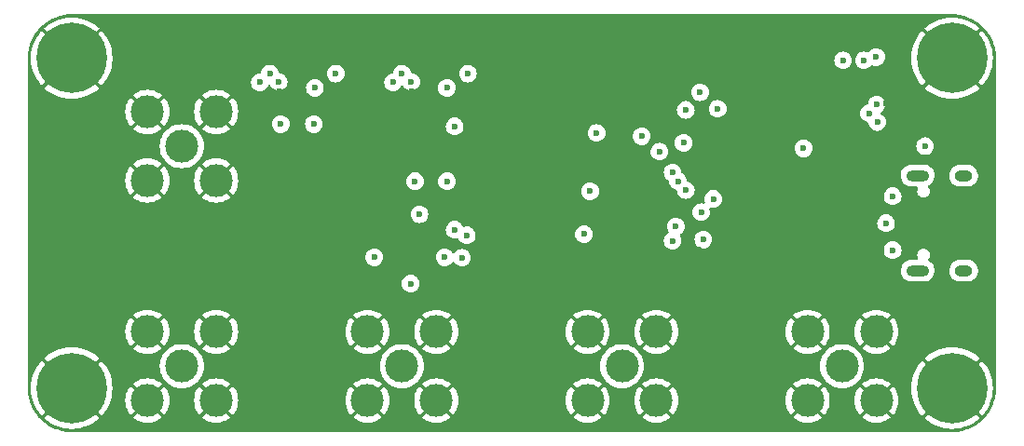
<source format=gbr>
%TF.GenerationSoftware,KiCad,Pcbnew,7.0.1*%
%TF.CreationDate,2023-05-30T08:19:09+02:00*%
%TF.ProjectId,test_SGTL5000,74657374-5f53-4475-944c-353030302e6b,rev?*%
%TF.SameCoordinates,Original*%
%TF.FileFunction,Copper,L2,Inr*%
%TF.FilePolarity,Positive*%
%FSLAX46Y46*%
G04 Gerber Fmt 4.6, Leading zero omitted, Abs format (unit mm)*
G04 Created by KiCad (PCBNEW 7.0.1) date 2023-05-30 08:19:09*
%MOMM*%
%LPD*%
G01*
G04 APERTURE LIST*
%TA.AperFunction,ComponentPad*%
%ADD10C,0.800000*%
%TD*%
%TA.AperFunction,ComponentPad*%
%ADD11C,6.400000*%
%TD*%
%TA.AperFunction,ComponentPad*%
%ADD12C,3.000000*%
%TD*%
%TA.AperFunction,ComponentPad*%
%ADD13O,2.100000X1.000000*%
%TD*%
%TA.AperFunction,ComponentPad*%
%ADD14O,1.600000X1.000000*%
%TD*%
%TA.AperFunction,ViaPad*%
%ADD15C,0.600000*%
%TD*%
G04 APERTURE END LIST*
D10*
%TO.N,GND*%
%TO.C,H101*%
X97600000Y-50000000D03*
X98302944Y-48302944D03*
X98302944Y-51697056D03*
X100000000Y-47600000D03*
D11*
X100000000Y-50000000D03*
D10*
X100000000Y-52400000D03*
X101697056Y-48302944D03*
X101697056Y-51697056D03*
X102400000Y-50000000D03*
%TD*%
D12*
%TO.N,/CODEC/LINEOUT_L*%
%TO.C,J304*%
X70000000Y-78000000D03*
%TO.N,GND*%
X66875000Y-74875000D03*
X66875000Y-81125000D03*
X73125000Y-74875000D03*
X73125000Y-81125000D03*
%TD*%
D13*
%TO.N,unconnected-(J401-SHIELD-PadS1)*%
%TO.C,J401*%
X96870000Y-69320000D03*
D14*
X101050000Y-69320000D03*
D13*
X96870000Y-60680000D03*
D14*
X101050000Y-60680000D03*
%TD*%
D10*
%TO.N,GND*%
%TO.C,H104*%
X17600000Y-50000000D03*
X18302944Y-48302944D03*
X18302944Y-51697056D03*
X20000000Y-47600000D03*
D11*
X20000000Y-50000000D03*
D10*
X20000000Y-52400000D03*
X21697056Y-48302944D03*
X21697056Y-51697056D03*
X22400000Y-50000000D03*
%TD*%
%TO.N,GND*%
%TO.C,H103*%
X17600000Y-80000000D03*
X18302944Y-78302944D03*
X18302944Y-81697056D03*
X20000000Y-77600000D03*
D11*
X20000000Y-80000000D03*
D10*
X20000000Y-82400000D03*
X21697056Y-78302944D03*
X21697056Y-81697056D03*
X22400000Y-80000000D03*
%TD*%
D12*
%TO.N,/CODEC/LINEIN_L*%
%TO.C,J302*%
X30000000Y-78000000D03*
%TO.N,GND*%
X26875000Y-74875000D03*
X26875000Y-81125000D03*
X33125000Y-74875000D03*
X33125000Y-81125000D03*
%TD*%
%TO.N,/CODEC/MIC*%
%TO.C,J303*%
X30000000Y-58000000D03*
%TO.N,GND*%
X26875000Y-54875000D03*
X26875000Y-61125000D03*
X33125000Y-54875000D03*
X33125000Y-61125000D03*
%TD*%
%TO.N,/CODEC/LINEIN_R*%
%TO.C,J301*%
X50000000Y-78000000D03*
%TO.N,GND*%
X46875000Y-74875000D03*
X46875000Y-81125000D03*
X53125000Y-74875000D03*
X53125000Y-81125000D03*
%TD*%
%TO.N,/CODEC/LINEOUT_R*%
%TO.C,J305*%
X90000000Y-78000000D03*
%TO.N,GND*%
X86875000Y-74875000D03*
X86875000Y-81125000D03*
X93125000Y-74875000D03*
X93125000Y-81125000D03*
%TD*%
D10*
%TO.N,GND*%
%TO.C,H102*%
X97600000Y-80000000D03*
X98302944Y-78302944D03*
X98302944Y-81697056D03*
X100000000Y-77600000D03*
D11*
X100000000Y-80000000D03*
D10*
X100000000Y-82400000D03*
X101697056Y-78302944D03*
X101697056Y-81697056D03*
X102400000Y-80000000D03*
%TD*%
D15*
%TO.N,/STM32/nRST*%
X75600000Y-57700000D03*
X66550000Y-66000000D03*
X78700000Y-54600000D03*
X67100000Y-62100000D03*
%TO.N,GND*%
X86000000Y-83200000D03*
X16800000Y-64000000D03*
X36000000Y-83200000D03*
X46000000Y-83200000D03*
X86500000Y-55700000D03*
X88000000Y-83200000D03*
X48900000Y-50000000D03*
X62000000Y-83200000D03*
X70000000Y-46800000D03*
X38000000Y-83200000D03*
X48000000Y-83200000D03*
X76500000Y-65900000D03*
X76000000Y-46800000D03*
X95200000Y-68900000D03*
X95600000Y-55000000D03*
X34000000Y-83200000D03*
X103200000Y-60000000D03*
X40000000Y-83200000D03*
X38000000Y-46800000D03*
X16800000Y-72000000D03*
X84000000Y-46800000D03*
X94000000Y-46800000D03*
X82000000Y-46800000D03*
X44000000Y-83200000D03*
X51400000Y-66600000D03*
X103200000Y-70000000D03*
X80600000Y-66500000D03*
X90000000Y-83200000D03*
X103200000Y-56000000D03*
X94000000Y-83200000D03*
X28000000Y-83200000D03*
X93000000Y-70600000D03*
X64000000Y-46800000D03*
X103200000Y-68000000D03*
X86500000Y-56970000D03*
X51400000Y-67400000D03*
X88100000Y-70500000D03*
X16800000Y-68000000D03*
X59900000Y-57900000D03*
X48200000Y-69700000D03*
X74000000Y-46800000D03*
X82000000Y-83200000D03*
X54000000Y-83200000D03*
X52000000Y-83200000D03*
X75800000Y-63100000D03*
X72000000Y-46800000D03*
X54000000Y-46800000D03*
X96000000Y-46800000D03*
X103200000Y-64000000D03*
X30000000Y-46800000D03*
X94000000Y-54100000D03*
X52000000Y-46800000D03*
X60000000Y-83200000D03*
X50600000Y-67400000D03*
X16800000Y-56000000D03*
X103200000Y-58000000D03*
X61100000Y-56000000D03*
X50900000Y-53000000D03*
X42000000Y-46800000D03*
X32000000Y-46800000D03*
X70200000Y-56900000D03*
X96000000Y-83200000D03*
X65500000Y-60200000D03*
X38000000Y-54600000D03*
X66000000Y-83200000D03*
X36000000Y-46800000D03*
X58000000Y-46800000D03*
X66000000Y-46800000D03*
X40000000Y-46800000D03*
X74000000Y-83200000D03*
X54000000Y-64200000D03*
X16800000Y-70000000D03*
X16800000Y-66000000D03*
X44000000Y-46800000D03*
X69500000Y-53900000D03*
X16800000Y-74000000D03*
X77000000Y-67400000D03*
X36900000Y-50000000D03*
X88000000Y-46800000D03*
X103200000Y-76000000D03*
X70000000Y-83200000D03*
X38900000Y-53000000D03*
X46000000Y-46800000D03*
X64000000Y-83200000D03*
X58000000Y-83200000D03*
X50600000Y-66600000D03*
X26000000Y-83200000D03*
X60000000Y-46800000D03*
X86500000Y-53160000D03*
X50000000Y-83200000D03*
X92000000Y-83200000D03*
X16800000Y-58000000D03*
X76000000Y-83200000D03*
X64500000Y-59700000D03*
X84000000Y-83200000D03*
X80000000Y-46800000D03*
X26000000Y-46800000D03*
X103200000Y-54000000D03*
X103200000Y-72000000D03*
X44000000Y-54600000D03*
X16800000Y-62000000D03*
X32000000Y-83200000D03*
X49200000Y-69800000D03*
X92000000Y-46800000D03*
X42000000Y-83200000D03*
X50000000Y-54600000D03*
X78800000Y-64700000D03*
X103200000Y-66000000D03*
X91000000Y-56100000D03*
X68000000Y-46800000D03*
X50000000Y-46800000D03*
X30000000Y-83200000D03*
X61500000Y-66000000D03*
X78000000Y-46800000D03*
X103200000Y-62000000D03*
X16800000Y-60000000D03*
X48000000Y-46800000D03*
X72000000Y-83200000D03*
X24000000Y-83200000D03*
X86000000Y-46800000D03*
X24000000Y-46800000D03*
X16800000Y-76000000D03*
X34000000Y-46800000D03*
X63400000Y-61600000D03*
X56000000Y-54600000D03*
X28000000Y-46800000D03*
X95600000Y-49000000D03*
X56000000Y-83200000D03*
X88100000Y-68500000D03*
X78000000Y-83200000D03*
X103200000Y-74000000D03*
X16800000Y-54000000D03*
X68800000Y-56100000D03*
X80000000Y-83200000D03*
X74200000Y-63100000D03*
X93000000Y-59400000D03*
X90000000Y-46800000D03*
X53600000Y-69800000D03*
X68000000Y-83200000D03*
X56000000Y-46800000D03*
X89400000Y-65000000D03*
X95200000Y-61100000D03*
X62000000Y-46800000D03*
%TO.N,+3V3*%
X67700000Y-56800000D03*
X90100000Y-50200000D03*
X86500000Y-58200000D03*
X77400000Y-66500000D03*
X92000000Y-50200000D03*
X93100000Y-49900000D03*
X77200000Y-64000000D03*
X78300000Y-62800000D03*
X51600000Y-64200000D03*
%TO.N,+3.3VA*%
X50800000Y-70500000D03*
X74900000Y-65300000D03*
X56000000Y-51400000D03*
X54100000Y-52700000D03*
X74600000Y-66600000D03*
%TO.N,+1V8*%
X44000000Y-51400000D03*
X47500000Y-68100000D03*
X42100000Y-52700000D03*
%TO.N,+5V*%
X50000000Y-51400000D03*
X92450000Y-55000000D03*
X38800000Y-52150000D03*
X93150000Y-54200000D03*
X37100000Y-52200000D03*
X49200000Y-52200000D03*
X50850000Y-52150000D03*
X93200000Y-55800000D03*
X38000000Y-51400000D03*
%TO.N,/POWER/VBUS*%
X94000000Y-65000000D03*
X97550000Y-58000000D03*
X94600000Y-67450000D03*
X94600000Y-62550000D03*
%TO.N,/STM32/VCP_TX*%
X73400000Y-58500000D03*
X77100000Y-53100000D03*
%TO.N,/STM32/I2S_SCLK*%
X75800000Y-62000000D03*
X51200000Y-61200000D03*
%TO.N,/STM32/I2S_LRCLK*%
X75100000Y-61200000D03*
X54100000Y-61200000D03*
%TO.N,/STM32/I2S_DIN*%
X54800000Y-56200000D03*
X74600000Y-60400000D03*
%TO.N,/STM32/I2C_SCL*%
X75800000Y-54700000D03*
X39000000Y-56000000D03*
%TO.N,/STM32/I2C_SDA*%
X71800000Y-57100000D03*
X42000000Y-56000000D03*
%TO.N,/CODEC/LINEIN_L*%
X55900000Y-66100000D03*
%TO.N,/CODEC/MIC*%
X54800000Y-65600000D03*
%TO.N,/CODEC/LINEOUT_L*%
X55450000Y-68150000D03*
%TO.N,/CODEC/LINEOUT_R*%
X53900000Y-68099500D03*
%TD*%
%TA.AperFunction,Conductor*%
%TO.N,GND*%
G36*
X100002854Y-46000632D02*
G01*
X100018811Y-46001369D01*
X100173088Y-46008502D01*
X100369795Y-46018166D01*
X100380787Y-46019201D01*
X100562876Y-46044601D01*
X100563781Y-46044732D01*
X100747261Y-46071949D01*
X100757413Y-46073892D01*
X100938614Y-46116510D01*
X100940023Y-46116852D01*
X101117874Y-46161401D01*
X101127091Y-46164096D01*
X101304478Y-46223550D01*
X101306618Y-46224292D01*
X101478220Y-46285692D01*
X101486519Y-46289004D01*
X101657980Y-46364712D01*
X101660909Y-46366051D01*
X101747263Y-46406892D01*
X101825119Y-46443715D01*
X101832411Y-46447465D01*
X101929135Y-46501341D01*
X101996435Y-46538827D01*
X101999810Y-46540777D01*
X102155371Y-46634017D01*
X102161670Y-46638058D01*
X102316699Y-46744256D01*
X102320459Y-46746935D01*
X102466009Y-46854882D01*
X102471305Y-46859040D01*
X102616009Y-46979200D01*
X102619947Y-46982617D01*
X102754206Y-47104303D01*
X102758590Y-47108478D01*
X102891520Y-47241408D01*
X102895698Y-47245795D01*
X103017375Y-47380045D01*
X103020805Y-47383998D01*
X103140951Y-47528684D01*
X103145124Y-47534000D01*
X103253041Y-47679509D01*
X103255742Y-47683299D01*
X103361940Y-47838328D01*
X103365999Y-47844656D01*
X103459200Y-48000153D01*
X103461171Y-48003563D01*
X103552525Y-48167573D01*
X103556291Y-48174896D01*
X103633947Y-48339089D01*
X103635286Y-48342018D01*
X103710994Y-48513479D01*
X103714311Y-48521791D01*
X103775666Y-48693265D01*
X103776487Y-48695634D01*
X103835894Y-48872881D01*
X103838606Y-48882157D01*
X103883104Y-49059803D01*
X103883526Y-49061543D01*
X103926101Y-49242562D01*
X103928053Y-49252758D01*
X103955257Y-49436156D01*
X103955410Y-49437218D01*
X103980794Y-49619184D01*
X103981834Y-49630232D01*
X103991512Y-49827238D01*
X103991529Y-49827595D01*
X103999368Y-49997145D01*
X103999500Y-50002872D01*
X103999500Y-79997128D01*
X103999368Y-80002855D01*
X103991529Y-80172404D01*
X103991512Y-80172761D01*
X103981834Y-80369766D01*
X103980794Y-80380814D01*
X103955410Y-80562780D01*
X103955257Y-80563842D01*
X103928053Y-80747240D01*
X103926101Y-80757436D01*
X103883526Y-80938455D01*
X103883104Y-80940195D01*
X103838606Y-81117841D01*
X103835894Y-81127117D01*
X103776487Y-81304364D01*
X103775666Y-81306733D01*
X103714311Y-81478207D01*
X103710994Y-81486519D01*
X103635286Y-81657980D01*
X103633947Y-81660909D01*
X103556291Y-81825102D01*
X103552525Y-81832425D01*
X103461171Y-81996435D01*
X103459200Y-81999845D01*
X103365999Y-82155342D01*
X103361940Y-82161670D01*
X103255742Y-82316699D01*
X103253041Y-82320489D01*
X103145135Y-82465984D01*
X103140935Y-82471334D01*
X103020851Y-82615947D01*
X103017331Y-82620004D01*
X102895717Y-82754183D01*
X102891520Y-82758590D01*
X102758590Y-82891520D01*
X102754183Y-82895717D01*
X102620004Y-83017331D01*
X102615947Y-83020851D01*
X102471334Y-83140935D01*
X102465984Y-83145135D01*
X102320489Y-83253041D01*
X102316699Y-83255742D01*
X102161670Y-83361940D01*
X102155342Y-83365999D01*
X101999845Y-83459200D01*
X101996435Y-83461171D01*
X101832425Y-83552525D01*
X101825102Y-83556291D01*
X101660909Y-83633947D01*
X101657980Y-83635286D01*
X101486519Y-83710994D01*
X101478207Y-83714311D01*
X101306733Y-83775666D01*
X101304364Y-83776487D01*
X101127117Y-83835894D01*
X101117841Y-83838606D01*
X100940195Y-83883104D01*
X100938455Y-83883526D01*
X100757436Y-83926101D01*
X100747240Y-83928053D01*
X100563842Y-83955257D01*
X100562780Y-83955410D01*
X100380814Y-83980794D01*
X100369766Y-83981834D01*
X100172931Y-83991503D01*
X100172575Y-83991520D01*
X100007393Y-83999158D01*
X100002854Y-83999368D01*
X99997128Y-83999500D01*
X20002872Y-83999500D01*
X19997145Y-83999368D01*
X19992305Y-83999144D01*
X19827423Y-83991520D01*
X19827067Y-83991503D01*
X19630232Y-83981834D01*
X19619184Y-83980794D01*
X19437218Y-83955410D01*
X19436156Y-83955257D01*
X19252758Y-83928053D01*
X19242562Y-83926101D01*
X19061543Y-83883526D01*
X19059803Y-83883104D01*
X18882157Y-83838606D01*
X18872881Y-83835894D01*
X18695634Y-83776487D01*
X18693265Y-83775666D01*
X18521791Y-83714311D01*
X18513479Y-83710994D01*
X18342018Y-83635286D01*
X18339089Y-83633947D01*
X18174896Y-83556291D01*
X18167573Y-83552525D01*
X18003563Y-83461171D01*
X18000153Y-83459200D01*
X17875952Y-83384757D01*
X17844645Y-83365992D01*
X17838328Y-83361940D01*
X17683299Y-83255742D01*
X17679509Y-83253041D01*
X17534000Y-83145124D01*
X17528684Y-83140951D01*
X17383998Y-83020805D01*
X17380045Y-83017375D01*
X17245795Y-82895698D01*
X17241408Y-82891520D01*
X17108478Y-82758590D01*
X17104303Y-82754206D01*
X17075440Y-82722361D01*
X17489770Y-82722361D01*
X17520815Y-82753406D01*
X17822213Y-82997473D01*
X18147456Y-83208690D01*
X18493009Y-83384757D01*
X18855068Y-83523739D01*
X19229674Y-83624114D01*
X19612711Y-83684780D01*
X19999999Y-83705077D01*
X20387288Y-83684780D01*
X20770325Y-83624114D01*
X21144931Y-83523739D01*
X21506990Y-83384757D01*
X21852543Y-83208690D01*
X22177786Y-82997473D01*
X22479184Y-82753407D01*
X22510229Y-82722362D01*
X22510229Y-82722360D01*
X22432440Y-82644571D01*
X25567558Y-82644571D01*
X25567559Y-82644572D01*
X25790954Y-82811804D01*
X26042047Y-82948911D01*
X26310097Y-83048888D01*
X26589642Y-83109699D01*
X26875000Y-83130109D01*
X27160357Y-83109699D01*
X27439902Y-83048888D01*
X27707952Y-82948911D01*
X27959041Y-82811806D01*
X28182440Y-82644571D01*
X31817558Y-82644571D01*
X31817559Y-82644572D01*
X32040954Y-82811804D01*
X32292047Y-82948911D01*
X32560097Y-83048888D01*
X32839642Y-83109699D01*
X33125000Y-83130109D01*
X33410357Y-83109699D01*
X33689902Y-83048888D01*
X33957952Y-82948911D01*
X34209041Y-82811806D01*
X34432440Y-82644571D01*
X45567558Y-82644571D01*
X45567559Y-82644572D01*
X45790954Y-82811804D01*
X46042047Y-82948911D01*
X46310097Y-83048888D01*
X46589642Y-83109699D01*
X46875000Y-83130109D01*
X47160357Y-83109699D01*
X47439902Y-83048888D01*
X47707952Y-82948911D01*
X47959041Y-82811806D01*
X48182440Y-82644571D01*
X51817558Y-82644571D01*
X51817559Y-82644572D01*
X52040954Y-82811804D01*
X52292047Y-82948911D01*
X52560097Y-83048888D01*
X52839642Y-83109699D01*
X53125000Y-83130109D01*
X53410357Y-83109699D01*
X53689902Y-83048888D01*
X53957952Y-82948911D01*
X54209041Y-82811806D01*
X54432440Y-82644571D01*
X65567558Y-82644571D01*
X65567559Y-82644572D01*
X65790954Y-82811804D01*
X66042047Y-82948911D01*
X66310097Y-83048888D01*
X66589642Y-83109699D01*
X66875000Y-83130109D01*
X67160357Y-83109699D01*
X67439902Y-83048888D01*
X67707952Y-82948911D01*
X67959041Y-82811806D01*
X68182440Y-82644571D01*
X71817558Y-82644571D01*
X71817559Y-82644572D01*
X72040954Y-82811804D01*
X72292047Y-82948911D01*
X72560097Y-83048888D01*
X72839642Y-83109699D01*
X73125000Y-83130109D01*
X73410357Y-83109699D01*
X73689902Y-83048888D01*
X73957952Y-82948911D01*
X74209041Y-82811806D01*
X74432440Y-82644571D01*
X85567558Y-82644571D01*
X85567559Y-82644572D01*
X85790954Y-82811804D01*
X86042047Y-82948911D01*
X86310097Y-83048888D01*
X86589642Y-83109699D01*
X86875000Y-83130109D01*
X87160357Y-83109699D01*
X87439902Y-83048888D01*
X87707952Y-82948911D01*
X87959041Y-82811806D01*
X88182440Y-82644571D01*
X91817558Y-82644571D01*
X91817559Y-82644572D01*
X92040954Y-82811804D01*
X92292047Y-82948911D01*
X92560097Y-83048888D01*
X92839642Y-83109699D01*
X93125000Y-83130109D01*
X93410357Y-83109699D01*
X93689902Y-83048888D01*
X93957952Y-82948911D01*
X94209041Y-82811806D01*
X94328525Y-82722361D01*
X97489770Y-82722361D01*
X97520815Y-82753406D01*
X97822213Y-82997473D01*
X98147456Y-83208690D01*
X98493009Y-83384757D01*
X98855068Y-83523739D01*
X99229674Y-83624114D01*
X99612711Y-83684780D01*
X99999999Y-83705077D01*
X100387288Y-83684780D01*
X100770325Y-83624114D01*
X101144931Y-83523739D01*
X101506990Y-83384757D01*
X101852543Y-83208690D01*
X102177786Y-82997473D01*
X102479184Y-82753407D01*
X102510229Y-82722362D01*
X102510229Y-82722360D01*
X100000000Y-80212132D01*
X97489770Y-82722361D01*
X94328525Y-82722361D01*
X94432440Y-82644571D01*
X93125000Y-81337132D01*
X91817558Y-82644571D01*
X88182440Y-82644571D01*
X86875000Y-81337132D01*
X85567558Y-82644571D01*
X74432440Y-82644571D01*
X73125000Y-81337132D01*
X71817558Y-82644571D01*
X68182440Y-82644571D01*
X66875000Y-81337132D01*
X65567558Y-82644571D01*
X54432440Y-82644571D01*
X53125000Y-81337132D01*
X51817558Y-82644571D01*
X48182440Y-82644571D01*
X46875000Y-81337132D01*
X45567558Y-82644571D01*
X34432440Y-82644571D01*
X33125000Y-81337132D01*
X31817558Y-82644571D01*
X28182440Y-82644571D01*
X26875000Y-81337132D01*
X25567558Y-82644571D01*
X22432440Y-82644571D01*
X20000000Y-80212132D01*
X17489770Y-82722361D01*
X17075440Y-82722361D01*
X16982617Y-82619947D01*
X16979200Y-82616009D01*
X16859040Y-82471305D01*
X16854882Y-82466009D01*
X16746935Y-82320459D01*
X16744256Y-82316699D01*
X16638058Y-82161670D01*
X16634017Y-82155371D01*
X16540777Y-81999810D01*
X16538827Y-81996435D01*
X16458679Y-81852543D01*
X16447465Y-81832411D01*
X16443715Y-81825119D01*
X16379763Y-81689902D01*
X16366051Y-81660909D01*
X16364712Y-81657980D01*
X16289004Y-81486519D01*
X16285692Y-81478220D01*
X16224292Y-81306618D01*
X16223550Y-81304478D01*
X16164096Y-81127091D01*
X16161401Y-81117874D01*
X16116852Y-80940023D01*
X16116510Y-80938614D01*
X16073892Y-80757413D01*
X16071949Y-80747261D01*
X16044732Y-80563781D01*
X16044588Y-80562780D01*
X16044214Y-80560097D01*
X16019201Y-80380787D01*
X16018166Y-80369795D01*
X16008480Y-80172611D01*
X16000632Y-80002854D01*
X16000566Y-80000000D01*
X16294922Y-80000000D01*
X16315219Y-80387288D01*
X16375885Y-80770325D01*
X16476260Y-81144931D01*
X16615242Y-81506990D01*
X16791309Y-81852543D01*
X17002526Y-82177786D01*
X17246593Y-82479184D01*
X17277638Y-82510229D01*
X19787868Y-80000001D01*
X19787868Y-80000000D01*
X20212132Y-80000000D01*
X22722360Y-82510229D01*
X22722362Y-82510229D01*
X22753407Y-82479184D01*
X22997473Y-82177786D01*
X23208690Y-81852543D01*
X23384757Y-81506990D01*
X23523739Y-81144931D01*
X23529079Y-81125000D01*
X24869890Y-81125000D01*
X24890300Y-81410357D01*
X24951111Y-81689902D01*
X25051088Y-81957952D01*
X25188195Y-82209045D01*
X25355426Y-82432439D01*
X25355427Y-82432440D01*
X26662868Y-81125001D01*
X26662868Y-81125000D01*
X27087132Y-81125000D01*
X28394571Y-82432440D01*
X28561806Y-82209041D01*
X28698911Y-81957952D01*
X28798888Y-81689902D01*
X28859699Y-81410357D01*
X28880109Y-81125000D01*
X31119890Y-81125000D01*
X31140300Y-81410357D01*
X31201111Y-81689902D01*
X31301088Y-81957952D01*
X31438195Y-82209045D01*
X31605426Y-82432439D01*
X31605427Y-82432440D01*
X32912868Y-81125001D01*
X32912868Y-81125000D01*
X33337132Y-81125000D01*
X34644571Y-82432440D01*
X34811806Y-82209041D01*
X34948911Y-81957952D01*
X35048888Y-81689902D01*
X35109699Y-81410357D01*
X35130109Y-81125000D01*
X44869890Y-81125000D01*
X44890300Y-81410357D01*
X44951111Y-81689902D01*
X45051088Y-81957952D01*
X45188195Y-82209045D01*
X45355426Y-82432439D01*
X45355427Y-82432440D01*
X46662868Y-81125001D01*
X46662868Y-81125000D01*
X47087132Y-81125000D01*
X48394571Y-82432440D01*
X48561806Y-82209041D01*
X48698911Y-81957952D01*
X48798888Y-81689902D01*
X48859699Y-81410357D01*
X48880109Y-81125000D01*
X51119890Y-81125000D01*
X51140300Y-81410357D01*
X51201111Y-81689902D01*
X51301088Y-81957952D01*
X51438195Y-82209045D01*
X51605426Y-82432439D01*
X51605427Y-82432440D01*
X52912868Y-81125000D01*
X53337132Y-81125000D01*
X54644571Y-82432440D01*
X54811806Y-82209041D01*
X54948911Y-81957952D01*
X55048888Y-81689902D01*
X55109699Y-81410357D01*
X55130109Y-81125000D01*
X64869890Y-81125000D01*
X64890300Y-81410357D01*
X64951111Y-81689902D01*
X65051088Y-81957952D01*
X65188195Y-82209045D01*
X65355426Y-82432439D01*
X65355427Y-82432440D01*
X66662868Y-81125001D01*
X66662868Y-81125000D01*
X66662867Y-81124999D01*
X67087131Y-81124999D01*
X68394571Y-82432440D01*
X68561806Y-82209041D01*
X68698911Y-81957952D01*
X68798888Y-81689902D01*
X68859699Y-81410357D01*
X68880109Y-81125000D01*
X71119890Y-81125000D01*
X71140300Y-81410357D01*
X71201111Y-81689902D01*
X71301088Y-81957952D01*
X71438195Y-82209045D01*
X71605426Y-82432439D01*
X71605427Y-82432440D01*
X72912868Y-81125001D01*
X72912868Y-81125000D01*
X73337132Y-81125000D01*
X74644571Y-82432440D01*
X74811806Y-82209041D01*
X74948911Y-81957952D01*
X75048888Y-81689902D01*
X75109699Y-81410357D01*
X75130109Y-81125000D01*
X84869890Y-81125000D01*
X84890300Y-81410357D01*
X84951111Y-81689902D01*
X85051088Y-81957952D01*
X85188195Y-82209045D01*
X85355426Y-82432439D01*
X85355427Y-82432440D01*
X86662868Y-81125001D01*
X86662868Y-81125000D01*
X87087132Y-81125000D01*
X88394571Y-82432440D01*
X88561806Y-82209041D01*
X88698911Y-81957952D01*
X88798888Y-81689902D01*
X88859699Y-81410357D01*
X88880109Y-81125000D01*
X91119890Y-81125000D01*
X91140300Y-81410357D01*
X91201111Y-81689902D01*
X91301088Y-81957952D01*
X91438195Y-82209045D01*
X91605426Y-82432439D01*
X91605427Y-82432440D01*
X92912868Y-81125001D01*
X92912868Y-81124999D01*
X93337131Y-81124999D01*
X94644571Y-82432440D01*
X94811806Y-82209041D01*
X94948911Y-81957952D01*
X95048888Y-81689902D01*
X95109699Y-81410357D01*
X95130109Y-81125000D01*
X95109699Y-80839642D01*
X95048888Y-80560097D01*
X94948911Y-80292047D01*
X94811804Y-80040954D01*
X94781146Y-80000000D01*
X96294922Y-80000000D01*
X96315219Y-80387288D01*
X96375885Y-80770325D01*
X96476260Y-81144931D01*
X96615242Y-81506990D01*
X96791309Y-81852543D01*
X97002526Y-82177786D01*
X97246593Y-82479184D01*
X97277638Y-82510229D01*
X99787868Y-80000001D01*
X100212132Y-80000001D01*
X102722360Y-82510229D01*
X102722362Y-82510229D01*
X102753407Y-82479184D01*
X102997473Y-82177786D01*
X103208690Y-81852543D01*
X103384757Y-81506990D01*
X103523739Y-81144931D01*
X103624114Y-80770325D01*
X103684780Y-80387288D01*
X103705077Y-80000000D01*
X103684780Y-79612711D01*
X103624114Y-79229674D01*
X103523739Y-78855068D01*
X103384757Y-78493009D01*
X103208690Y-78147456D01*
X102997473Y-77822213D01*
X102753406Y-77520815D01*
X102722361Y-77489770D01*
X102722360Y-77489770D01*
X100212132Y-80000000D01*
X100212132Y-80000001D01*
X99787868Y-80000001D01*
X99787868Y-80000000D01*
X97277638Y-77489770D01*
X97246592Y-77520815D01*
X97002526Y-77822213D01*
X96791309Y-78147456D01*
X96615242Y-78493009D01*
X96476260Y-78855068D01*
X96375885Y-79229674D01*
X96315219Y-79612711D01*
X96294922Y-80000000D01*
X94781146Y-80000000D01*
X94644572Y-79817559D01*
X94644571Y-79817558D01*
X93337131Y-81124999D01*
X92912868Y-81124999D01*
X91605426Y-79817558D01*
X91438195Y-80040955D01*
X91301088Y-80292047D01*
X91201111Y-80560097D01*
X91140300Y-80839642D01*
X91119890Y-81125000D01*
X88880109Y-81125000D01*
X88859699Y-80839642D01*
X88798888Y-80560097D01*
X88698911Y-80292047D01*
X88561804Y-80040954D01*
X88394572Y-79817559D01*
X88394571Y-79817558D01*
X87087132Y-81125000D01*
X86662868Y-81125000D01*
X85355426Y-79817558D01*
X85188195Y-80040955D01*
X85051088Y-80292047D01*
X84951111Y-80560097D01*
X84890300Y-80839642D01*
X84869890Y-81125000D01*
X75130109Y-81125000D01*
X75109699Y-80839642D01*
X75048888Y-80560097D01*
X74948911Y-80292047D01*
X74811804Y-80040954D01*
X74644572Y-79817559D01*
X74644571Y-79817558D01*
X73337132Y-81125000D01*
X72912868Y-81125000D01*
X71605426Y-79817558D01*
X71438195Y-80040955D01*
X71301088Y-80292047D01*
X71201111Y-80560097D01*
X71140300Y-80839642D01*
X71119890Y-81125000D01*
X68880109Y-81125000D01*
X68859699Y-80839642D01*
X68798888Y-80560097D01*
X68698911Y-80292047D01*
X68561804Y-80040954D01*
X68394572Y-79817559D01*
X68394571Y-79817558D01*
X67087131Y-81124999D01*
X66662867Y-81124999D01*
X65355426Y-79817558D01*
X65188195Y-80040955D01*
X65051088Y-80292047D01*
X64951111Y-80560097D01*
X64890300Y-80839642D01*
X64869890Y-81125000D01*
X55130109Y-81125000D01*
X55109699Y-80839642D01*
X55048888Y-80560097D01*
X54948911Y-80292047D01*
X54811804Y-80040954D01*
X54644572Y-79817559D01*
X54644571Y-79817558D01*
X53337132Y-81125000D01*
X52912868Y-81125000D01*
X51605426Y-79817558D01*
X51438195Y-80040955D01*
X51301088Y-80292047D01*
X51201111Y-80560097D01*
X51140300Y-80839642D01*
X51119890Y-81125000D01*
X48880109Y-81125000D01*
X48859699Y-80839642D01*
X48798888Y-80560097D01*
X48698911Y-80292047D01*
X48561804Y-80040954D01*
X48394572Y-79817559D01*
X48394571Y-79817558D01*
X47087132Y-81125000D01*
X46662868Y-81125000D01*
X45355426Y-79817558D01*
X45188195Y-80040955D01*
X45051088Y-80292047D01*
X44951111Y-80560097D01*
X44890300Y-80839642D01*
X44869890Y-81125000D01*
X35130109Y-81125000D01*
X35109699Y-80839642D01*
X35048888Y-80560097D01*
X34948911Y-80292047D01*
X34811804Y-80040954D01*
X34644572Y-79817559D01*
X34644571Y-79817558D01*
X33337132Y-81125000D01*
X32912868Y-81125000D01*
X31605426Y-79817558D01*
X31438195Y-80040955D01*
X31301088Y-80292047D01*
X31201111Y-80560097D01*
X31140300Y-80839642D01*
X31119890Y-81125000D01*
X28880109Y-81125000D01*
X28859699Y-80839642D01*
X28798888Y-80560097D01*
X28698911Y-80292047D01*
X28561804Y-80040954D01*
X28394572Y-79817559D01*
X28394571Y-79817558D01*
X27087132Y-81125000D01*
X26662868Y-81125000D01*
X25355426Y-79817558D01*
X25188195Y-80040955D01*
X25051088Y-80292047D01*
X24951111Y-80560097D01*
X24890300Y-80839642D01*
X24869890Y-81125000D01*
X23529079Y-81125000D01*
X23624114Y-80770325D01*
X23684780Y-80387288D01*
X23705077Y-80000000D01*
X23684780Y-79612711D01*
X23683626Y-79605426D01*
X25567558Y-79605426D01*
X26875000Y-80912868D01*
X26875001Y-80912868D01*
X28182440Y-79605427D01*
X28182439Y-79605426D01*
X27959045Y-79438195D01*
X27707952Y-79301088D01*
X27439902Y-79201111D01*
X27160357Y-79140300D01*
X26875000Y-79119890D01*
X26589642Y-79140300D01*
X26310097Y-79201111D01*
X26042047Y-79301088D01*
X25790955Y-79438195D01*
X25567558Y-79605426D01*
X23683626Y-79605426D01*
X23624114Y-79229674D01*
X23523739Y-78855068D01*
X23384757Y-78493009D01*
X23208690Y-78147456D01*
X23112930Y-78000000D01*
X27994389Y-78000000D01*
X28014804Y-78285429D01*
X28075629Y-78565041D01*
X28175634Y-78833163D01*
X28312772Y-79084313D01*
X28339405Y-79119890D01*
X28484261Y-79313395D01*
X28686605Y-79515739D01*
X28816145Y-79612711D01*
X28915686Y-79687227D01*
X29055435Y-79763535D01*
X29166839Y-79824367D01*
X29434954Y-79924369D01*
X29434957Y-79924369D01*
X29434958Y-79924370D01*
X29487217Y-79935738D01*
X29714572Y-79985196D01*
X30000000Y-80005610D01*
X30285428Y-79985196D01*
X30565046Y-79924369D01*
X30833161Y-79824367D01*
X31084315Y-79687226D01*
X31193587Y-79605426D01*
X31817558Y-79605426D01*
X33125000Y-80912868D01*
X33125001Y-80912868D01*
X34432440Y-79605427D01*
X34432439Y-79605426D01*
X45567558Y-79605426D01*
X46875000Y-80912868D01*
X46875001Y-80912868D01*
X48182440Y-79605427D01*
X48182439Y-79605426D01*
X47959045Y-79438195D01*
X47707952Y-79301088D01*
X47439902Y-79201111D01*
X47160357Y-79140300D01*
X46875000Y-79119890D01*
X46589642Y-79140300D01*
X46310097Y-79201111D01*
X46042047Y-79301088D01*
X45790955Y-79438195D01*
X45567558Y-79605426D01*
X34432439Y-79605426D01*
X34209045Y-79438195D01*
X33957952Y-79301088D01*
X33689902Y-79201111D01*
X33410357Y-79140300D01*
X33125000Y-79119890D01*
X32839642Y-79140300D01*
X32560097Y-79201111D01*
X32292047Y-79301088D01*
X32040955Y-79438195D01*
X31817558Y-79605426D01*
X31193587Y-79605426D01*
X31313395Y-79515739D01*
X31515739Y-79313395D01*
X31687226Y-79084315D01*
X31824367Y-78833161D01*
X31924369Y-78565046D01*
X31985196Y-78285428D01*
X32005610Y-78000000D01*
X47994389Y-78000000D01*
X48014804Y-78285429D01*
X48075629Y-78565041D01*
X48175634Y-78833163D01*
X48312772Y-79084313D01*
X48339405Y-79119890D01*
X48484261Y-79313395D01*
X48686605Y-79515739D01*
X48816145Y-79612711D01*
X48915686Y-79687227D01*
X49055435Y-79763535D01*
X49166839Y-79824367D01*
X49434954Y-79924369D01*
X49434957Y-79924369D01*
X49434958Y-79924370D01*
X49487217Y-79935738D01*
X49714572Y-79985196D01*
X50000000Y-80005610D01*
X50285428Y-79985196D01*
X50565046Y-79924369D01*
X50833161Y-79824367D01*
X51084315Y-79687226D01*
X51193587Y-79605426D01*
X51817558Y-79605426D01*
X53125000Y-80912868D01*
X53125001Y-80912868D01*
X54432440Y-79605427D01*
X54432439Y-79605426D01*
X65567558Y-79605426D01*
X66875000Y-80912868D01*
X66875001Y-80912868D01*
X68182440Y-79605427D01*
X68182439Y-79605426D01*
X67959045Y-79438195D01*
X67707952Y-79301088D01*
X67439902Y-79201111D01*
X67160357Y-79140300D01*
X66875000Y-79119890D01*
X66589642Y-79140300D01*
X66310097Y-79201111D01*
X66042047Y-79301088D01*
X65790955Y-79438195D01*
X65567558Y-79605426D01*
X54432439Y-79605426D01*
X54209045Y-79438195D01*
X53957952Y-79301088D01*
X53689902Y-79201111D01*
X53410357Y-79140300D01*
X53125000Y-79119890D01*
X52839642Y-79140300D01*
X52560097Y-79201111D01*
X52292047Y-79301088D01*
X52040955Y-79438195D01*
X51817558Y-79605426D01*
X51193587Y-79605426D01*
X51313395Y-79515739D01*
X51515739Y-79313395D01*
X51687226Y-79084315D01*
X51824367Y-78833161D01*
X51924369Y-78565046D01*
X51985196Y-78285428D01*
X52005610Y-78000000D01*
X67994389Y-78000000D01*
X68014804Y-78285429D01*
X68075629Y-78565041D01*
X68175634Y-78833163D01*
X68312772Y-79084313D01*
X68339405Y-79119890D01*
X68484261Y-79313395D01*
X68686605Y-79515739D01*
X68816145Y-79612711D01*
X68915686Y-79687227D01*
X69055435Y-79763535D01*
X69166839Y-79824367D01*
X69434954Y-79924369D01*
X69434957Y-79924369D01*
X69434958Y-79924370D01*
X69487217Y-79935738D01*
X69714572Y-79985196D01*
X70000000Y-80005610D01*
X70285428Y-79985196D01*
X70565046Y-79924369D01*
X70833161Y-79824367D01*
X71084315Y-79687226D01*
X71193587Y-79605426D01*
X71817558Y-79605426D01*
X73125000Y-80912868D01*
X73125001Y-80912868D01*
X74432440Y-79605427D01*
X74432439Y-79605426D01*
X85567558Y-79605426D01*
X86875000Y-80912868D01*
X86875001Y-80912868D01*
X88182440Y-79605427D01*
X88182439Y-79605426D01*
X87959045Y-79438195D01*
X87707952Y-79301088D01*
X87439902Y-79201111D01*
X87160357Y-79140300D01*
X86875000Y-79119890D01*
X86589642Y-79140300D01*
X86310097Y-79201111D01*
X86042047Y-79301088D01*
X85790955Y-79438195D01*
X85567558Y-79605426D01*
X74432439Y-79605426D01*
X74209045Y-79438195D01*
X73957952Y-79301088D01*
X73689902Y-79201111D01*
X73410357Y-79140300D01*
X73125000Y-79119890D01*
X72839642Y-79140300D01*
X72560097Y-79201111D01*
X72292047Y-79301088D01*
X72040955Y-79438195D01*
X71817558Y-79605426D01*
X71193587Y-79605426D01*
X71313395Y-79515739D01*
X71515739Y-79313395D01*
X71687226Y-79084315D01*
X71824367Y-78833161D01*
X71924369Y-78565046D01*
X71985196Y-78285428D01*
X72005610Y-78000000D01*
X87994389Y-78000000D01*
X88014804Y-78285429D01*
X88075629Y-78565041D01*
X88175634Y-78833163D01*
X88312772Y-79084313D01*
X88339405Y-79119890D01*
X88484261Y-79313395D01*
X88686605Y-79515739D01*
X88816145Y-79612711D01*
X88915686Y-79687227D01*
X89055435Y-79763535D01*
X89166839Y-79824367D01*
X89434954Y-79924369D01*
X89434957Y-79924369D01*
X89434958Y-79924370D01*
X89487217Y-79935738D01*
X89714572Y-79985196D01*
X90000000Y-80005610D01*
X90285428Y-79985196D01*
X90565046Y-79924369D01*
X90833161Y-79824367D01*
X91084315Y-79687226D01*
X91193587Y-79605426D01*
X91817558Y-79605426D01*
X93125000Y-80912868D01*
X93125001Y-80912868D01*
X94432440Y-79605427D01*
X94432439Y-79605426D01*
X94209045Y-79438195D01*
X93957952Y-79301088D01*
X93689902Y-79201111D01*
X93410357Y-79140300D01*
X93125000Y-79119890D01*
X92839642Y-79140300D01*
X92560097Y-79201111D01*
X92292047Y-79301088D01*
X92040955Y-79438195D01*
X91817558Y-79605426D01*
X91193587Y-79605426D01*
X91313395Y-79515739D01*
X91515739Y-79313395D01*
X91687226Y-79084315D01*
X91824367Y-78833161D01*
X91924369Y-78565046D01*
X91985196Y-78285428D01*
X92005610Y-78000000D01*
X91985196Y-77714572D01*
X91924369Y-77434954D01*
X91865693Y-77277638D01*
X97489770Y-77277638D01*
X100000000Y-79787868D01*
X100000001Y-79787868D01*
X102510229Y-77277639D01*
X102479179Y-77246589D01*
X102177786Y-77002526D01*
X101852543Y-76791309D01*
X101506990Y-76615242D01*
X101144931Y-76476260D01*
X100770325Y-76375885D01*
X100387288Y-76315219D01*
X100000000Y-76294922D01*
X99612711Y-76315219D01*
X99229674Y-76375885D01*
X98855068Y-76476260D01*
X98493009Y-76615242D01*
X98147456Y-76791309D01*
X97822213Y-77002526D01*
X97520815Y-77246592D01*
X97489770Y-77277638D01*
X91865693Y-77277638D01*
X91824367Y-77166839D01*
X91687226Y-76915685D01*
X91515739Y-76686605D01*
X91313395Y-76484261D01*
X91193583Y-76394571D01*
X91817558Y-76394571D01*
X91817559Y-76394572D01*
X92040954Y-76561804D01*
X92292047Y-76698911D01*
X92560097Y-76798888D01*
X92839642Y-76859699D01*
X93125000Y-76880109D01*
X93410357Y-76859699D01*
X93689902Y-76798888D01*
X93957952Y-76698911D01*
X94209041Y-76561806D01*
X94432440Y-76394571D01*
X93125000Y-75087132D01*
X91817558Y-76394571D01*
X91193583Y-76394571D01*
X91084313Y-76312772D01*
X90833163Y-76175634D01*
X90833162Y-76175633D01*
X90833161Y-76175633D01*
X90565046Y-76075631D01*
X90565041Y-76075629D01*
X90285429Y-76014804D01*
X90000000Y-75994389D01*
X89714570Y-76014804D01*
X89434958Y-76075629D01*
X89166836Y-76175634D01*
X88915686Y-76312772D01*
X88686602Y-76484263D01*
X88484263Y-76686602D01*
X88312772Y-76915686D01*
X88175634Y-77166836D01*
X88075629Y-77434958D01*
X88014804Y-77714570D01*
X87994389Y-78000000D01*
X72005610Y-78000000D01*
X71985196Y-77714572D01*
X71924369Y-77434954D01*
X71824367Y-77166839D01*
X71687226Y-76915685D01*
X71515739Y-76686605D01*
X71313395Y-76484261D01*
X71193583Y-76394571D01*
X71817558Y-76394571D01*
X71817559Y-76394572D01*
X72040954Y-76561804D01*
X72292047Y-76698911D01*
X72560097Y-76798888D01*
X72839642Y-76859699D01*
X73125000Y-76880109D01*
X73410357Y-76859699D01*
X73689902Y-76798888D01*
X73957952Y-76698911D01*
X74209041Y-76561806D01*
X74432440Y-76394571D01*
X85567558Y-76394571D01*
X85567559Y-76394572D01*
X85790954Y-76561804D01*
X86042047Y-76698911D01*
X86310097Y-76798888D01*
X86589642Y-76859699D01*
X86875000Y-76880109D01*
X87160357Y-76859699D01*
X87439902Y-76798888D01*
X87707952Y-76698911D01*
X87959041Y-76561806D01*
X88182440Y-76394571D01*
X86875000Y-75087132D01*
X85567558Y-76394571D01*
X74432440Y-76394571D01*
X73125000Y-75087132D01*
X71817558Y-76394571D01*
X71193583Y-76394571D01*
X71084313Y-76312772D01*
X70833163Y-76175634D01*
X70833162Y-76175633D01*
X70833161Y-76175633D01*
X70565046Y-76075631D01*
X70565041Y-76075629D01*
X70285429Y-76014804D01*
X70000000Y-75994389D01*
X69714570Y-76014804D01*
X69434958Y-76075629D01*
X69166836Y-76175634D01*
X68915686Y-76312772D01*
X68686602Y-76484263D01*
X68484263Y-76686602D01*
X68312772Y-76915686D01*
X68175634Y-77166836D01*
X68075629Y-77434958D01*
X68014804Y-77714570D01*
X67994389Y-78000000D01*
X52005610Y-78000000D01*
X51985196Y-77714572D01*
X51924369Y-77434954D01*
X51824367Y-77166839D01*
X51687226Y-76915685D01*
X51515739Y-76686605D01*
X51313395Y-76484261D01*
X51193583Y-76394571D01*
X51817558Y-76394571D01*
X51817559Y-76394572D01*
X52040954Y-76561804D01*
X52292047Y-76698911D01*
X52560097Y-76798888D01*
X52839642Y-76859699D01*
X53125000Y-76880109D01*
X53410357Y-76859699D01*
X53689902Y-76798888D01*
X53957952Y-76698911D01*
X54209041Y-76561806D01*
X54432440Y-76394571D01*
X65567558Y-76394571D01*
X65567559Y-76394572D01*
X65790954Y-76561804D01*
X66042047Y-76698911D01*
X66310097Y-76798888D01*
X66589642Y-76859699D01*
X66875000Y-76880109D01*
X67160357Y-76859699D01*
X67439902Y-76798888D01*
X67707952Y-76698911D01*
X67959041Y-76561806D01*
X68182440Y-76394571D01*
X66875000Y-75087132D01*
X65567558Y-76394571D01*
X54432440Y-76394571D01*
X53125000Y-75087132D01*
X51817558Y-76394571D01*
X51193583Y-76394571D01*
X51084313Y-76312772D01*
X50833163Y-76175634D01*
X50833162Y-76175633D01*
X50833161Y-76175633D01*
X50565046Y-76075631D01*
X50565041Y-76075629D01*
X50285429Y-76014804D01*
X50000000Y-75994389D01*
X49714570Y-76014804D01*
X49434958Y-76075629D01*
X49166836Y-76175634D01*
X48915686Y-76312772D01*
X48686602Y-76484263D01*
X48484263Y-76686602D01*
X48312772Y-76915686D01*
X48175634Y-77166836D01*
X48075629Y-77434958D01*
X48014804Y-77714570D01*
X47994389Y-78000000D01*
X32005610Y-78000000D01*
X31985196Y-77714572D01*
X31924369Y-77434954D01*
X31824367Y-77166839D01*
X31687226Y-76915685D01*
X31515739Y-76686605D01*
X31313395Y-76484261D01*
X31193583Y-76394571D01*
X31817558Y-76394571D01*
X31817559Y-76394572D01*
X32040954Y-76561804D01*
X32292047Y-76698911D01*
X32560097Y-76798888D01*
X32839642Y-76859699D01*
X33125000Y-76880109D01*
X33410357Y-76859699D01*
X33689902Y-76798888D01*
X33957952Y-76698911D01*
X34209041Y-76561806D01*
X34432440Y-76394571D01*
X45567558Y-76394571D01*
X45567559Y-76394572D01*
X45790954Y-76561804D01*
X46042047Y-76698911D01*
X46310097Y-76798888D01*
X46589642Y-76859699D01*
X46875000Y-76880109D01*
X47160357Y-76859699D01*
X47439902Y-76798888D01*
X47707952Y-76698911D01*
X47959041Y-76561806D01*
X48182440Y-76394571D01*
X46875000Y-75087132D01*
X45567558Y-76394571D01*
X34432440Y-76394571D01*
X33125000Y-75087132D01*
X31817558Y-76394571D01*
X31193583Y-76394571D01*
X31084313Y-76312772D01*
X30833163Y-76175634D01*
X30833162Y-76175633D01*
X30833161Y-76175633D01*
X30565046Y-76075631D01*
X30565041Y-76075629D01*
X30285429Y-76014804D01*
X30000000Y-75994389D01*
X29714570Y-76014804D01*
X29434958Y-76075629D01*
X29166836Y-76175634D01*
X28915686Y-76312772D01*
X28686602Y-76484263D01*
X28484263Y-76686602D01*
X28312772Y-76915686D01*
X28175634Y-77166836D01*
X28075629Y-77434958D01*
X28014804Y-77714570D01*
X27994389Y-78000000D01*
X23112930Y-78000000D01*
X22997473Y-77822213D01*
X22753406Y-77520815D01*
X22722361Y-77489770D01*
X22722360Y-77489770D01*
X20212132Y-80000000D01*
X19787868Y-80000000D01*
X17277638Y-77489770D01*
X17246592Y-77520815D01*
X17002526Y-77822213D01*
X16791309Y-78147456D01*
X16615242Y-78493009D01*
X16476260Y-78855068D01*
X16375885Y-79229674D01*
X16315219Y-79612711D01*
X16294922Y-80000000D01*
X16000566Y-80000000D01*
X16000500Y-79997128D01*
X16000500Y-77277638D01*
X17489770Y-77277638D01*
X20000000Y-79787868D01*
X20000001Y-79787868D01*
X22510229Y-77277638D01*
X22479184Y-77246593D01*
X22177786Y-77002526D01*
X21852543Y-76791309D01*
X21506990Y-76615242D01*
X21144931Y-76476260D01*
X20840062Y-76394571D01*
X25567558Y-76394571D01*
X25567559Y-76394572D01*
X25790954Y-76561804D01*
X26042047Y-76698911D01*
X26310097Y-76798888D01*
X26589642Y-76859699D01*
X26875000Y-76880109D01*
X27160357Y-76859699D01*
X27439902Y-76798888D01*
X27707952Y-76698911D01*
X27959041Y-76561806D01*
X28182440Y-76394571D01*
X26875000Y-75087132D01*
X25567558Y-76394571D01*
X20840062Y-76394571D01*
X20770325Y-76375885D01*
X20387288Y-76315219D01*
X20000000Y-76294922D01*
X19612711Y-76315219D01*
X19229674Y-76375885D01*
X18855068Y-76476260D01*
X18493009Y-76615242D01*
X18147456Y-76791309D01*
X17822213Y-77002526D01*
X17520815Y-77246592D01*
X17489770Y-77277638D01*
X16000500Y-77277638D01*
X16000500Y-74875000D01*
X24869890Y-74875000D01*
X24890300Y-75160357D01*
X24951111Y-75439902D01*
X25051088Y-75707952D01*
X25188195Y-75959045D01*
X25355426Y-76182439D01*
X25355427Y-76182440D01*
X26662868Y-74875001D01*
X26662868Y-74875000D01*
X27087132Y-74875000D01*
X28394571Y-76182440D01*
X28561806Y-75959041D01*
X28698911Y-75707952D01*
X28798888Y-75439902D01*
X28859699Y-75160357D01*
X28880109Y-74875000D01*
X31119890Y-74875000D01*
X31140300Y-75160357D01*
X31201111Y-75439902D01*
X31301088Y-75707952D01*
X31438195Y-75959045D01*
X31605426Y-76182439D01*
X31605427Y-76182440D01*
X32912868Y-74875001D01*
X32912868Y-74875000D01*
X32912867Y-74874999D01*
X33337131Y-74874999D01*
X34644571Y-76182440D01*
X34811806Y-75959041D01*
X34948911Y-75707952D01*
X35048888Y-75439902D01*
X35109699Y-75160357D01*
X35130109Y-74875000D01*
X44869890Y-74875000D01*
X44890300Y-75160357D01*
X44951111Y-75439902D01*
X45051088Y-75707952D01*
X45188195Y-75959045D01*
X45355426Y-76182439D01*
X45355427Y-76182440D01*
X46662868Y-74875001D01*
X46662868Y-74875000D01*
X47087132Y-74875000D01*
X48394571Y-76182440D01*
X48561806Y-75959041D01*
X48698911Y-75707952D01*
X48798888Y-75439902D01*
X48859699Y-75160357D01*
X48880109Y-74875000D01*
X51119890Y-74875000D01*
X51140300Y-75160357D01*
X51201111Y-75439902D01*
X51301088Y-75707952D01*
X51438195Y-75959045D01*
X51605426Y-76182439D01*
X51605427Y-76182440D01*
X52912868Y-74875000D01*
X52912867Y-74874999D01*
X53337131Y-74874999D01*
X54644571Y-76182440D01*
X54811806Y-75959041D01*
X54948911Y-75707952D01*
X55048888Y-75439902D01*
X55109699Y-75160357D01*
X55130109Y-74875000D01*
X64869890Y-74875000D01*
X64890300Y-75160357D01*
X64951111Y-75439902D01*
X65051088Y-75707952D01*
X65188195Y-75959045D01*
X65355426Y-76182439D01*
X65355427Y-76182440D01*
X66662868Y-74875001D01*
X66662868Y-74875000D01*
X67087132Y-74875000D01*
X68394571Y-76182440D01*
X68561806Y-75959041D01*
X68698911Y-75707952D01*
X68798888Y-75439902D01*
X68859699Y-75160357D01*
X68880109Y-74875000D01*
X71119890Y-74875000D01*
X71140300Y-75160357D01*
X71201111Y-75439902D01*
X71301088Y-75707952D01*
X71438195Y-75959045D01*
X71605426Y-76182439D01*
X71605427Y-76182440D01*
X72912868Y-74875001D01*
X72912868Y-74875000D01*
X73337132Y-74875000D01*
X74644571Y-76182440D01*
X74811806Y-75959041D01*
X74948911Y-75707952D01*
X75048888Y-75439902D01*
X75109699Y-75160357D01*
X75130109Y-74875000D01*
X84869890Y-74875000D01*
X84890300Y-75160357D01*
X84951111Y-75439902D01*
X85051088Y-75707952D01*
X85188195Y-75959045D01*
X85355426Y-76182439D01*
X85355427Y-76182440D01*
X86662868Y-74875001D01*
X86662868Y-74875000D01*
X86662867Y-74874999D01*
X87087131Y-74874999D01*
X88394571Y-76182440D01*
X88561806Y-75959041D01*
X88698911Y-75707952D01*
X88798888Y-75439902D01*
X88859699Y-75160357D01*
X88880109Y-74875000D01*
X91119890Y-74875000D01*
X91140300Y-75160357D01*
X91201111Y-75439902D01*
X91301088Y-75707952D01*
X91438195Y-75959045D01*
X91605426Y-76182439D01*
X91605427Y-76182440D01*
X92912868Y-74875001D01*
X92912868Y-74874999D01*
X93337131Y-74874999D01*
X94644571Y-76182440D01*
X94811806Y-75959041D01*
X94948911Y-75707952D01*
X95048888Y-75439902D01*
X95109699Y-75160357D01*
X95130109Y-74875000D01*
X95109699Y-74589642D01*
X95048888Y-74310097D01*
X94948911Y-74042047D01*
X94811804Y-73790954D01*
X94644572Y-73567559D01*
X94644571Y-73567558D01*
X93337131Y-74874999D01*
X92912868Y-74874999D01*
X91605426Y-73567558D01*
X91438195Y-73790955D01*
X91301088Y-74042047D01*
X91201111Y-74310097D01*
X91140300Y-74589642D01*
X91119890Y-74875000D01*
X88880109Y-74875000D01*
X88859699Y-74589642D01*
X88798888Y-74310097D01*
X88698911Y-74042047D01*
X88561804Y-73790954D01*
X88394572Y-73567559D01*
X88394571Y-73567558D01*
X87087131Y-74874999D01*
X86662867Y-74874999D01*
X85355426Y-73567558D01*
X85188195Y-73790955D01*
X85051088Y-74042047D01*
X84951111Y-74310097D01*
X84890300Y-74589642D01*
X84869890Y-74875000D01*
X75130109Y-74875000D01*
X75109699Y-74589642D01*
X75048888Y-74310097D01*
X74948911Y-74042047D01*
X74811804Y-73790954D01*
X74644572Y-73567559D01*
X74644571Y-73567558D01*
X73337132Y-74875000D01*
X72912868Y-74875000D01*
X71605426Y-73567558D01*
X71438195Y-73790955D01*
X71301088Y-74042047D01*
X71201111Y-74310097D01*
X71140300Y-74589642D01*
X71119890Y-74875000D01*
X68880109Y-74875000D01*
X68859699Y-74589642D01*
X68798888Y-74310097D01*
X68698911Y-74042047D01*
X68561804Y-73790954D01*
X68394572Y-73567559D01*
X68394571Y-73567558D01*
X67087132Y-74875000D01*
X66662868Y-74875000D01*
X65355426Y-73567558D01*
X65188195Y-73790955D01*
X65051088Y-74042047D01*
X64951111Y-74310097D01*
X64890300Y-74589642D01*
X64869890Y-74875000D01*
X55130109Y-74875000D01*
X55109699Y-74589642D01*
X55048888Y-74310097D01*
X54948911Y-74042047D01*
X54811804Y-73790954D01*
X54644572Y-73567559D01*
X54644571Y-73567558D01*
X53337131Y-74874999D01*
X52912867Y-74874999D01*
X51605426Y-73567558D01*
X51438195Y-73790955D01*
X51301088Y-74042047D01*
X51201111Y-74310097D01*
X51140300Y-74589642D01*
X51119890Y-74875000D01*
X48880109Y-74875000D01*
X48859699Y-74589642D01*
X48798888Y-74310097D01*
X48698911Y-74042047D01*
X48561804Y-73790954D01*
X48394572Y-73567559D01*
X48394571Y-73567558D01*
X47087132Y-74875000D01*
X46662868Y-74875000D01*
X45355426Y-73567558D01*
X45188195Y-73790955D01*
X45051088Y-74042047D01*
X44951111Y-74310097D01*
X44890300Y-74589642D01*
X44869890Y-74875000D01*
X35130109Y-74875000D01*
X35109699Y-74589642D01*
X35048888Y-74310097D01*
X34948911Y-74042047D01*
X34811804Y-73790954D01*
X34644572Y-73567559D01*
X34644571Y-73567558D01*
X33337131Y-74874999D01*
X32912867Y-74874999D01*
X31605426Y-73567558D01*
X31438195Y-73790955D01*
X31301088Y-74042047D01*
X31201111Y-74310097D01*
X31140300Y-74589642D01*
X31119890Y-74875000D01*
X28880109Y-74875000D01*
X28859699Y-74589642D01*
X28798888Y-74310097D01*
X28698911Y-74042047D01*
X28561804Y-73790954D01*
X28394572Y-73567559D01*
X28394571Y-73567558D01*
X27087132Y-74875000D01*
X26662868Y-74875000D01*
X25355426Y-73567558D01*
X25188195Y-73790955D01*
X25051088Y-74042047D01*
X24951111Y-74310097D01*
X24890300Y-74589642D01*
X24869890Y-74875000D01*
X16000500Y-74875000D01*
X16000500Y-73355426D01*
X25567558Y-73355426D01*
X26875000Y-74662868D01*
X26875001Y-74662868D01*
X28182440Y-73355427D01*
X28182439Y-73355426D01*
X31817558Y-73355426D01*
X33125000Y-74662868D01*
X33125001Y-74662868D01*
X34432440Y-73355427D01*
X34432439Y-73355426D01*
X45567558Y-73355426D01*
X46875000Y-74662868D01*
X46875001Y-74662868D01*
X48182440Y-73355427D01*
X48182439Y-73355426D01*
X51817558Y-73355426D01*
X53125000Y-74662868D01*
X53125001Y-74662868D01*
X54432440Y-73355427D01*
X54432439Y-73355426D01*
X65567558Y-73355426D01*
X66875000Y-74662868D01*
X66875001Y-74662868D01*
X68182440Y-73355427D01*
X68182439Y-73355426D01*
X71817558Y-73355426D01*
X73125000Y-74662868D01*
X73125001Y-74662868D01*
X74432440Y-73355427D01*
X74432439Y-73355426D01*
X85567558Y-73355426D01*
X86875000Y-74662868D01*
X86875001Y-74662868D01*
X88182440Y-73355427D01*
X88182439Y-73355426D01*
X91817558Y-73355426D01*
X93125000Y-74662868D01*
X93125001Y-74662868D01*
X94432440Y-73355427D01*
X94432439Y-73355426D01*
X94209045Y-73188195D01*
X93957952Y-73051088D01*
X93689902Y-72951111D01*
X93410357Y-72890300D01*
X93125000Y-72869890D01*
X92839642Y-72890300D01*
X92560097Y-72951111D01*
X92292047Y-73051088D01*
X92040955Y-73188195D01*
X91817558Y-73355426D01*
X88182439Y-73355426D01*
X87959045Y-73188195D01*
X87707952Y-73051088D01*
X87439902Y-72951111D01*
X87160357Y-72890300D01*
X86875000Y-72869890D01*
X86589642Y-72890300D01*
X86310097Y-72951111D01*
X86042047Y-73051088D01*
X85790955Y-73188195D01*
X85567558Y-73355426D01*
X74432439Y-73355426D01*
X74209045Y-73188195D01*
X73957952Y-73051088D01*
X73689902Y-72951111D01*
X73410357Y-72890300D01*
X73125000Y-72869890D01*
X72839642Y-72890300D01*
X72560097Y-72951111D01*
X72292047Y-73051088D01*
X72040955Y-73188195D01*
X71817558Y-73355426D01*
X68182439Y-73355426D01*
X67959045Y-73188195D01*
X67707952Y-73051088D01*
X67439902Y-72951111D01*
X67160357Y-72890300D01*
X66875000Y-72869890D01*
X66589642Y-72890300D01*
X66310097Y-72951111D01*
X66042047Y-73051088D01*
X65790955Y-73188195D01*
X65567558Y-73355426D01*
X54432439Y-73355426D01*
X54209045Y-73188195D01*
X53957952Y-73051088D01*
X53689902Y-72951111D01*
X53410357Y-72890300D01*
X53125000Y-72869890D01*
X52839642Y-72890300D01*
X52560097Y-72951111D01*
X52292047Y-73051088D01*
X52040955Y-73188195D01*
X51817558Y-73355426D01*
X48182439Y-73355426D01*
X47959045Y-73188195D01*
X47707952Y-73051088D01*
X47439902Y-72951111D01*
X47160357Y-72890300D01*
X46875000Y-72869890D01*
X46589642Y-72890300D01*
X46310097Y-72951111D01*
X46042047Y-73051088D01*
X45790955Y-73188195D01*
X45567558Y-73355426D01*
X34432439Y-73355426D01*
X34209045Y-73188195D01*
X33957952Y-73051088D01*
X33689902Y-72951111D01*
X33410357Y-72890300D01*
X33125000Y-72869890D01*
X32839642Y-72890300D01*
X32560097Y-72951111D01*
X32292047Y-73051088D01*
X32040955Y-73188195D01*
X31817558Y-73355426D01*
X28182439Y-73355426D01*
X27959045Y-73188195D01*
X27707952Y-73051088D01*
X27439902Y-72951111D01*
X27160357Y-72890300D01*
X26875000Y-72869890D01*
X26589642Y-72890300D01*
X26310097Y-72951111D01*
X26042047Y-73051088D01*
X25790955Y-73188195D01*
X25567558Y-73355426D01*
X16000500Y-73355426D01*
X16000500Y-70500000D01*
X49994434Y-70500000D01*
X50014631Y-70679251D01*
X50014631Y-70679253D01*
X50014632Y-70679255D01*
X50074211Y-70849522D01*
X50074212Y-70849523D01*
X50170185Y-71002264D01*
X50297735Y-71129814D01*
X50297737Y-71129815D01*
X50297738Y-71129816D01*
X50450478Y-71225789D01*
X50620745Y-71285368D01*
X50800000Y-71305565D01*
X50979255Y-71285368D01*
X51149522Y-71225789D01*
X51302262Y-71129816D01*
X51429816Y-71002262D01*
X51525789Y-70849522D01*
X51585368Y-70679255D01*
X51605565Y-70500000D01*
X51585368Y-70320745D01*
X51525789Y-70150478D01*
X51429816Y-69997738D01*
X51429815Y-69997737D01*
X51429814Y-69997735D01*
X51302264Y-69870185D01*
X51239867Y-69830979D01*
X51149522Y-69774211D01*
X50979255Y-69714632D01*
X50979253Y-69714631D01*
X50979251Y-69714631D01*
X50800000Y-69694434D01*
X50620748Y-69714631D01*
X50620745Y-69714631D01*
X50620745Y-69714632D01*
X50450478Y-69774211D01*
X50450476Y-69774211D01*
X50450476Y-69774212D01*
X50297735Y-69870185D01*
X50170185Y-69997735D01*
X50074212Y-70150476D01*
X50014631Y-70320748D01*
X49994434Y-70500000D01*
X16000500Y-70500000D01*
X16000500Y-69370937D01*
X95315630Y-69370937D01*
X95346443Y-69572071D01*
X95417113Y-69762886D01*
X95524745Y-69935568D01*
X95524748Y-69935571D01*
X95664941Y-70083053D01*
X95831951Y-70199295D01*
X96018942Y-70279540D01*
X96218259Y-70320500D01*
X97470740Y-70320500D01*
X97470742Y-70320500D01*
X97622438Y-70305074D01*
X97816588Y-70244159D01*
X97994502Y-70145409D01*
X98148895Y-70012866D01*
X98273448Y-69851958D01*
X98363060Y-69669271D01*
X98414063Y-69472285D01*
X98419203Y-69370937D01*
X99745630Y-69370937D01*
X99776443Y-69572071D01*
X99847113Y-69762886D01*
X99954745Y-69935568D01*
X99954748Y-69935571D01*
X100094941Y-70083053D01*
X100261951Y-70199295D01*
X100448942Y-70279540D01*
X100648259Y-70320500D01*
X101400740Y-70320500D01*
X101400742Y-70320500D01*
X101552438Y-70305074D01*
X101746588Y-70244159D01*
X101924502Y-70145409D01*
X102078895Y-70012866D01*
X102203448Y-69851958D01*
X102293060Y-69669271D01*
X102344063Y-69472285D01*
X102354369Y-69269064D01*
X102323556Y-69067929D01*
X102287557Y-68970729D01*
X102252886Y-68877113D01*
X102145254Y-68704431D01*
X102138803Y-68697644D01*
X102005059Y-68556947D01*
X101838049Y-68440705D01*
X101651058Y-68360460D01*
X101451741Y-68319500D01*
X100699258Y-68319500D01*
X100638579Y-68325670D01*
X100547559Y-68334926D01*
X100353412Y-68395841D01*
X100175500Y-68494589D01*
X100021104Y-68627135D01*
X99896551Y-68788042D01*
X99806940Y-68970727D01*
X99755937Y-69167716D01*
X99745630Y-69370937D01*
X98419203Y-69370937D01*
X98424369Y-69269064D01*
X98393556Y-69067929D01*
X98357557Y-68970729D01*
X98322886Y-68877113D01*
X98215254Y-68704431D01*
X98208803Y-68697644D01*
X98075059Y-68556947D01*
X97908049Y-68440705D01*
X97908048Y-68440704D01*
X97908046Y-68440703D01*
X97900237Y-68437352D01*
X97855136Y-68404270D01*
X97829162Y-68354735D01*
X97827598Y-68298824D01*
X97850762Y-68247916D01*
X97902698Y-68180233D01*
X97960687Y-68040236D01*
X97980466Y-67890000D01*
X97960687Y-67739764D01*
X97902698Y-67599767D01*
X97810451Y-67479549D01*
X97690233Y-67387302D01*
X97685564Y-67385368D01*
X97550235Y-67329312D01*
X97437721Y-67314500D01*
X97437720Y-67314500D01*
X97362280Y-67314500D01*
X97362279Y-67314500D01*
X97249764Y-67329312D01*
X97109768Y-67387301D01*
X96989549Y-67479549D01*
X96897301Y-67599768D01*
X96839312Y-67739764D01*
X96819533Y-67890000D01*
X96839312Y-68040235D01*
X96883970Y-68148047D01*
X96892812Y-68207654D01*
X96872511Y-68264391D01*
X96827862Y-68304858D01*
X96769409Y-68319500D01*
X96269258Y-68319500D01*
X96208579Y-68325670D01*
X96117559Y-68334926D01*
X95923412Y-68395841D01*
X95745500Y-68494589D01*
X95591104Y-68627135D01*
X95466551Y-68788042D01*
X95376940Y-68970727D01*
X95325937Y-69167716D01*
X95315630Y-69370937D01*
X16000500Y-69370937D01*
X16000500Y-68099999D01*
X46694434Y-68099999D01*
X46714631Y-68279251D01*
X46714631Y-68279253D01*
X46714632Y-68279255D01*
X46774211Y-68449522D01*
X46774212Y-68449523D01*
X46870185Y-68602264D01*
X46997735Y-68729814D01*
X46997737Y-68729815D01*
X46997738Y-68729816D01*
X47150478Y-68825789D01*
X47320745Y-68885368D01*
X47455186Y-68900515D01*
X47499999Y-68905565D01*
X47499999Y-68905564D01*
X47500000Y-68905565D01*
X47679255Y-68885368D01*
X47849522Y-68825789D01*
X48002262Y-68729816D01*
X48129816Y-68602262D01*
X48225789Y-68449522D01*
X48285368Y-68279255D01*
X48305565Y-68100000D01*
X48305509Y-68099500D01*
X53094434Y-68099500D01*
X53114631Y-68278751D01*
X53114631Y-68278753D01*
X53114632Y-68278755D01*
X53174211Y-68449022D01*
X53174526Y-68449523D01*
X53270185Y-68601764D01*
X53397735Y-68729314D01*
X53397737Y-68729315D01*
X53397738Y-68729316D01*
X53550478Y-68825289D01*
X53720745Y-68884868D01*
X53900000Y-68905065D01*
X54079255Y-68884868D01*
X54249522Y-68825289D01*
X54402262Y-68729316D01*
X54529816Y-68601762D01*
X54554139Y-68563051D01*
X54599152Y-68520495D01*
X54659133Y-68505022D01*
X54719115Y-68520494D01*
X54764128Y-68563050D01*
X54820184Y-68652263D01*
X54947735Y-68779814D01*
X54947737Y-68779815D01*
X54947738Y-68779816D01*
X55100478Y-68875789D01*
X55270745Y-68935368D01*
X55450000Y-68955565D01*
X55629255Y-68935368D01*
X55799522Y-68875789D01*
X55952262Y-68779816D01*
X56079816Y-68652262D01*
X56175789Y-68499522D01*
X56235368Y-68329255D01*
X56255565Y-68150000D01*
X56235368Y-67970745D01*
X56175789Y-67800478D01*
X56079816Y-67647738D01*
X56079815Y-67647737D01*
X56079814Y-67647735D01*
X55952264Y-67520185D01*
X55872689Y-67470185D01*
X55840565Y-67450000D01*
X93794434Y-67450000D01*
X93814631Y-67629251D01*
X93814631Y-67629253D01*
X93814632Y-67629255D01*
X93874211Y-67799522D01*
X93874812Y-67800478D01*
X93970185Y-67952264D01*
X94097735Y-68079814D01*
X94097737Y-68079815D01*
X94097738Y-68079816D01*
X94250478Y-68175789D01*
X94420745Y-68235368D01*
X94600000Y-68255565D01*
X94779255Y-68235368D01*
X94949522Y-68175789D01*
X95102262Y-68079816D01*
X95229816Y-67952262D01*
X95325789Y-67799522D01*
X95385368Y-67629255D01*
X95405565Y-67450000D01*
X95385368Y-67270745D01*
X95325789Y-67100478D01*
X95229816Y-66947738D01*
X95229815Y-66947737D01*
X95229814Y-66947735D01*
X95102264Y-66820185D01*
X94952030Y-66725787D01*
X94949522Y-66724211D01*
X94779255Y-66664632D01*
X94779253Y-66664631D01*
X94779251Y-66664631D01*
X94600000Y-66644434D01*
X94420748Y-66664631D01*
X94420745Y-66664631D01*
X94420745Y-66664632D01*
X94250478Y-66724211D01*
X94250476Y-66724211D01*
X94250476Y-66724212D01*
X94097735Y-66820185D01*
X93970185Y-66947735D01*
X93874212Y-67100476D01*
X93874211Y-67100478D01*
X93830363Y-67225789D01*
X93814631Y-67270748D01*
X93794434Y-67450000D01*
X55840565Y-67450000D01*
X55799522Y-67424211D01*
X55629255Y-67364632D01*
X55629253Y-67364631D01*
X55629251Y-67364631D01*
X55450000Y-67344434D01*
X55270748Y-67364631D01*
X55270745Y-67364631D01*
X55270745Y-67364632D01*
X55100478Y-67424211D01*
X55100476Y-67424211D01*
X55100476Y-67424212D01*
X54947735Y-67520185D01*
X54820183Y-67647737D01*
X54795858Y-67686450D01*
X54750845Y-67729005D01*
X54690864Y-67744477D01*
X54630883Y-67729004D01*
X54585871Y-67686449D01*
X54529814Y-67597235D01*
X54402264Y-67469685D01*
X54300217Y-67405565D01*
X54249522Y-67373711D01*
X54079255Y-67314132D01*
X54079253Y-67314131D01*
X54079251Y-67314131D01*
X53900000Y-67293934D01*
X53720748Y-67314131D01*
X53720745Y-67314131D01*
X53720745Y-67314132D01*
X53550478Y-67373711D01*
X53550476Y-67373711D01*
X53550476Y-67373712D01*
X53397735Y-67469685D01*
X53270185Y-67597235D01*
X53174212Y-67749976D01*
X53174211Y-67749978D01*
X53125215Y-67890000D01*
X53114631Y-67920248D01*
X53094434Y-68099500D01*
X48305509Y-68099500D01*
X48285368Y-67920745D01*
X48225789Y-67750478D01*
X48129816Y-67597738D01*
X48129815Y-67597737D01*
X48129814Y-67597735D01*
X48002264Y-67470185D01*
X47929096Y-67424211D01*
X47849522Y-67374211D01*
X47679255Y-67314632D01*
X47679253Y-67314631D01*
X47679251Y-67314631D01*
X47500000Y-67294434D01*
X47320748Y-67314631D01*
X47320745Y-67314631D01*
X47320745Y-67314632D01*
X47150478Y-67374211D01*
X47150476Y-67374211D01*
X47150476Y-67374212D01*
X46997735Y-67470185D01*
X46870185Y-67597735D01*
X46774526Y-67749976D01*
X46774211Y-67750478D01*
X46756716Y-67800476D01*
X46714631Y-67920748D01*
X46694434Y-68099999D01*
X16000500Y-68099999D01*
X16000500Y-65599999D01*
X53994434Y-65599999D01*
X54014631Y-65779251D01*
X54014631Y-65779253D01*
X54014632Y-65779255D01*
X54074211Y-65949522D01*
X54122133Y-66025789D01*
X54170185Y-66102264D01*
X54297735Y-66229814D01*
X54297737Y-66229815D01*
X54297738Y-66229816D01*
X54450478Y-66325789D01*
X54620745Y-66385368D01*
X54800000Y-66405565D01*
X54979255Y-66385368D01*
X55015904Y-66372543D01*
X55079907Y-66367746D01*
X55137738Y-66395594D01*
X55166542Y-66437839D01*
X55166778Y-66437692D01*
X55170726Y-66443976D01*
X55173897Y-66448626D01*
X55174209Y-66449519D01*
X55270185Y-66602264D01*
X55397735Y-66729814D01*
X55397737Y-66729815D01*
X55397738Y-66729816D01*
X55550478Y-66825789D01*
X55720745Y-66885368D01*
X55900000Y-66905565D01*
X56079255Y-66885368D01*
X56249522Y-66825789D01*
X56402262Y-66729816D01*
X56529816Y-66602262D01*
X56625789Y-66449522D01*
X56685368Y-66279255D01*
X56705565Y-66100000D01*
X56694298Y-66000000D01*
X65744434Y-66000000D01*
X65764631Y-66179251D01*
X65764631Y-66179253D01*
X65764632Y-66179255D01*
X65824211Y-66349522D01*
X65868965Y-66420748D01*
X65920185Y-66502264D01*
X66047735Y-66629814D01*
X66047737Y-66629815D01*
X66047738Y-66629816D01*
X66200478Y-66725789D01*
X66370745Y-66785368D01*
X66550000Y-66805565D01*
X66729255Y-66785368D01*
X66899522Y-66725789D01*
X67052262Y-66629816D01*
X67082078Y-66600000D01*
X73794434Y-66600000D01*
X73814631Y-66779251D01*
X73814631Y-66779253D01*
X73814632Y-66779255D01*
X73874211Y-66949522D01*
X73874212Y-66949523D01*
X73970185Y-67102264D01*
X74097735Y-67229814D01*
X74097737Y-67229815D01*
X74097738Y-67229816D01*
X74250478Y-67325789D01*
X74420745Y-67385368D01*
X74600000Y-67405565D01*
X74779255Y-67385368D01*
X74949522Y-67325789D01*
X75102262Y-67229816D01*
X75229816Y-67102262D01*
X75325789Y-66949522D01*
X75385368Y-66779255D01*
X75405565Y-66600000D01*
X75394298Y-66499999D01*
X76594434Y-66499999D01*
X76614631Y-66679251D01*
X76614631Y-66679253D01*
X76614632Y-66679255D01*
X76674211Y-66849522D01*
X76674212Y-66849523D01*
X76770185Y-67002264D01*
X76897735Y-67129814D01*
X76897737Y-67129815D01*
X76897738Y-67129816D01*
X77050478Y-67225789D01*
X77220745Y-67285368D01*
X77400000Y-67305565D01*
X77579255Y-67285368D01*
X77749522Y-67225789D01*
X77902262Y-67129816D01*
X78029816Y-67002262D01*
X78125789Y-66849522D01*
X78185368Y-66679255D01*
X78205565Y-66500000D01*
X78185368Y-66320745D01*
X78125789Y-66150478D01*
X78029816Y-65997738D01*
X78029815Y-65997737D01*
X78029814Y-65997735D01*
X77902264Y-65870185D01*
X77823580Y-65820745D01*
X77749522Y-65774211D01*
X77579255Y-65714632D01*
X77579253Y-65714631D01*
X77579251Y-65714631D01*
X77400000Y-65694434D01*
X77220748Y-65714631D01*
X77220745Y-65714631D01*
X77220745Y-65714632D01*
X77050478Y-65774211D01*
X77050476Y-65774211D01*
X77050476Y-65774212D01*
X76897735Y-65870185D01*
X76770185Y-65997735D01*
X76674212Y-66150476D01*
X76674211Y-66150478D01*
X76629151Y-66279251D01*
X76614631Y-66320748D01*
X76594434Y-66499999D01*
X75394298Y-66499999D01*
X75385368Y-66420745D01*
X75325789Y-66250478D01*
X75281037Y-66179255D01*
X75268954Y-66160024D01*
X75250035Y-66098689D01*
X75264318Y-66036111D01*
X75307977Y-65989059D01*
X75338017Y-65970184D01*
X75402262Y-65929816D01*
X75529816Y-65802262D01*
X75625789Y-65649522D01*
X75685368Y-65479255D01*
X75705565Y-65300000D01*
X75685368Y-65120745D01*
X75643117Y-64999999D01*
X93194434Y-64999999D01*
X93214631Y-65179251D01*
X93214631Y-65179253D01*
X93214632Y-65179255D01*
X93274211Y-65349522D01*
X93318965Y-65420748D01*
X93370185Y-65502264D01*
X93497735Y-65629814D01*
X93497737Y-65629815D01*
X93497738Y-65629816D01*
X93650478Y-65725789D01*
X93820745Y-65785368D01*
X94000000Y-65805565D01*
X94179255Y-65785368D01*
X94349522Y-65725789D01*
X94502262Y-65629816D01*
X94629816Y-65502262D01*
X94725789Y-65349522D01*
X94785368Y-65179255D01*
X94805565Y-65000000D01*
X94785368Y-64820745D01*
X94725789Y-64650478D01*
X94629816Y-64497738D01*
X94629815Y-64497737D01*
X94629814Y-64497735D01*
X94502264Y-64370185D01*
X94439867Y-64330978D01*
X94349522Y-64274211D01*
X94179255Y-64214632D01*
X94179253Y-64214631D01*
X94179251Y-64214631D01*
X94000000Y-64194434D01*
X93820748Y-64214631D01*
X93820745Y-64214631D01*
X93820745Y-64214632D01*
X93650478Y-64274211D01*
X93650476Y-64274211D01*
X93650476Y-64274212D01*
X93497735Y-64370185D01*
X93370185Y-64497735D01*
X93274212Y-64650476D01*
X93274211Y-64650478D01*
X93219944Y-64805565D01*
X93214631Y-64820748D01*
X93194434Y-64999999D01*
X75643117Y-64999999D01*
X75625789Y-64950478D01*
X75529816Y-64797738D01*
X75529815Y-64797737D01*
X75529814Y-64797735D01*
X75402264Y-64670185D01*
X75338014Y-64629814D01*
X75249522Y-64574211D01*
X75079255Y-64514632D01*
X75079253Y-64514631D01*
X75079251Y-64514631D01*
X74900000Y-64494434D01*
X74720748Y-64514631D01*
X74720745Y-64514631D01*
X74720745Y-64514632D01*
X74550478Y-64574211D01*
X74550476Y-64574211D01*
X74550476Y-64574212D01*
X74397735Y-64670185D01*
X74270185Y-64797735D01*
X74222132Y-64874212D01*
X74174211Y-64950478D01*
X74114632Y-65120745D01*
X74114631Y-65120748D01*
X74094434Y-65299999D01*
X74114631Y-65479251D01*
X74114631Y-65479253D01*
X74114632Y-65479255D01*
X74174211Y-65649522D01*
X74174812Y-65650478D01*
X74231045Y-65739973D01*
X74249964Y-65801308D01*
X74235682Y-65863886D01*
X74192024Y-65910938D01*
X74097737Y-65970183D01*
X73970185Y-66097735D01*
X73874212Y-66250476D01*
X73874211Y-66250478D01*
X73847859Y-66325787D01*
X73814631Y-66420748D01*
X73794434Y-66600000D01*
X67082078Y-66600000D01*
X67179816Y-66502262D01*
X67275789Y-66349522D01*
X67335368Y-66179255D01*
X67355565Y-66000000D01*
X67335368Y-65820745D01*
X67275789Y-65650478D01*
X67179816Y-65497738D01*
X67179815Y-65497737D01*
X67179814Y-65497735D01*
X67052264Y-65370185D01*
X66984261Y-65327456D01*
X66899522Y-65274211D01*
X66729255Y-65214632D01*
X66729253Y-65214631D01*
X66729251Y-65214631D01*
X66550000Y-65194434D01*
X66370748Y-65214631D01*
X66370745Y-65214631D01*
X66370745Y-65214632D01*
X66200478Y-65274211D01*
X66200476Y-65274211D01*
X66200476Y-65274212D01*
X66047735Y-65370185D01*
X65920185Y-65497735D01*
X65824811Y-65649523D01*
X65824211Y-65650478D01*
X65771099Y-65802264D01*
X65764631Y-65820748D01*
X65744434Y-66000000D01*
X56694298Y-66000000D01*
X56685368Y-65920745D01*
X56625789Y-65750478D01*
X56529816Y-65597738D01*
X56529815Y-65597737D01*
X56529814Y-65597735D01*
X56402264Y-65470185D01*
X56323580Y-65420745D01*
X56249522Y-65374211D01*
X56079255Y-65314632D01*
X56079253Y-65314631D01*
X56079251Y-65314631D01*
X55900000Y-65294434D01*
X55720747Y-65314631D01*
X55684096Y-65327456D01*
X55620088Y-65332252D01*
X55562258Y-65304402D01*
X55533457Y-65262159D01*
X55533222Y-65262308D01*
X55529263Y-65256007D01*
X55526100Y-65251368D01*
X55525789Y-65250478D01*
X55429816Y-65097738D01*
X55429815Y-65097737D01*
X55429814Y-65097735D01*
X55302264Y-64970185D01*
X55231605Y-64925787D01*
X55149522Y-64874211D01*
X54979255Y-64814632D01*
X54979253Y-64814631D01*
X54979251Y-64814631D01*
X54800000Y-64794434D01*
X54620748Y-64814631D01*
X54620745Y-64814631D01*
X54620745Y-64814632D01*
X54450478Y-64874211D01*
X54450476Y-64874211D01*
X54450476Y-64874212D01*
X54297735Y-64970185D01*
X54170185Y-65097735D01*
X54074212Y-65250476D01*
X54074211Y-65250478D01*
X54065906Y-65274212D01*
X54014631Y-65420748D01*
X53994434Y-65599999D01*
X16000500Y-65599999D01*
X16000500Y-64199999D01*
X50794434Y-64199999D01*
X50814631Y-64379251D01*
X50814631Y-64379253D01*
X50814632Y-64379255D01*
X50874211Y-64549522D01*
X50874212Y-64549523D01*
X50970185Y-64702264D01*
X51097735Y-64829814D01*
X51097737Y-64829815D01*
X51097738Y-64829816D01*
X51250478Y-64925789D01*
X51420745Y-64985368D01*
X51600000Y-65005565D01*
X51779255Y-64985368D01*
X51949522Y-64925789D01*
X52102262Y-64829816D01*
X52229816Y-64702262D01*
X52325789Y-64549522D01*
X52385368Y-64379255D01*
X52405565Y-64200000D01*
X52385368Y-64020745D01*
X52378109Y-64000000D01*
X76394434Y-64000000D01*
X76414631Y-64179251D01*
X76414631Y-64179253D01*
X76414632Y-64179255D01*
X76474211Y-64349522D01*
X76492891Y-64379251D01*
X76570185Y-64502264D01*
X76697735Y-64629814D01*
X76697737Y-64629815D01*
X76697738Y-64629816D01*
X76850478Y-64725789D01*
X77020745Y-64785368D01*
X77200000Y-64805565D01*
X77379255Y-64785368D01*
X77549522Y-64725789D01*
X77702262Y-64629816D01*
X77829816Y-64502262D01*
X77925789Y-64349522D01*
X77985368Y-64179255D01*
X78005565Y-64000000D01*
X77985368Y-63820745D01*
X77957668Y-63741585D01*
X77953819Y-63673040D01*
X77987028Y-63612952D01*
X78047116Y-63579741D01*
X78115663Y-63583590D01*
X78120745Y-63585368D01*
X78300000Y-63605565D01*
X78479255Y-63585368D01*
X78649522Y-63525789D01*
X78802262Y-63429816D01*
X78929816Y-63302262D01*
X79025789Y-63149522D01*
X79085368Y-62979255D01*
X79105565Y-62800000D01*
X79085368Y-62620745D01*
X79060613Y-62549999D01*
X93794434Y-62549999D01*
X93814631Y-62729251D01*
X93814631Y-62729253D01*
X93814632Y-62729255D01*
X93874211Y-62899522D01*
X93874212Y-62899523D01*
X93970185Y-63052264D01*
X94097735Y-63179814D01*
X94097737Y-63179815D01*
X94097738Y-63179816D01*
X94250478Y-63275789D01*
X94420745Y-63335368D01*
X94600000Y-63355565D01*
X94779255Y-63335368D01*
X94949522Y-63275789D01*
X95102262Y-63179816D01*
X95229816Y-63052262D01*
X95325789Y-62899522D01*
X95385368Y-62729255D01*
X95405565Y-62550000D01*
X95385368Y-62370745D01*
X95325789Y-62200478D01*
X95229816Y-62047738D01*
X95229815Y-62047737D01*
X95229814Y-62047735D01*
X95102264Y-61920185D01*
X94958439Y-61829814D01*
X94949522Y-61824211D01*
X94779255Y-61764632D01*
X94779253Y-61764631D01*
X94779251Y-61764631D01*
X94600000Y-61744434D01*
X94420748Y-61764631D01*
X94420745Y-61764631D01*
X94420745Y-61764632D01*
X94250478Y-61824211D01*
X94250476Y-61824211D01*
X94250476Y-61824212D01*
X94097735Y-61920185D01*
X93970185Y-62047735D01*
X93887546Y-62179255D01*
X93874211Y-62200478D01*
X93853301Y-62260235D01*
X93814631Y-62370748D01*
X93794434Y-62549999D01*
X79060613Y-62549999D01*
X79025789Y-62450478D01*
X78929816Y-62297738D01*
X78929815Y-62297737D01*
X78929814Y-62297735D01*
X78802264Y-62170185D01*
X78673114Y-62089035D01*
X78649522Y-62074211D01*
X78479255Y-62014632D01*
X78479253Y-62014631D01*
X78479251Y-62014631D01*
X78300000Y-61994434D01*
X78120748Y-62014631D01*
X78120745Y-62014631D01*
X78120745Y-62014632D01*
X77950478Y-62074211D01*
X77950476Y-62074211D01*
X77950476Y-62074212D01*
X77797735Y-62170185D01*
X77670185Y-62297735D01*
X77574811Y-62449523D01*
X77574211Y-62450478D01*
X77521099Y-62602264D01*
X77514631Y-62620748D01*
X77494434Y-62799999D01*
X77514631Y-62979255D01*
X77542330Y-63058412D01*
X77546180Y-63126958D01*
X77512972Y-63187046D01*
X77452886Y-63220257D01*
X77384340Y-63216410D01*
X77379258Y-63214632D01*
X77200000Y-63194434D01*
X77020748Y-63214631D01*
X77020745Y-63214631D01*
X77020745Y-63214632D01*
X76850478Y-63274211D01*
X76850476Y-63274211D01*
X76850476Y-63274212D01*
X76697735Y-63370185D01*
X76570185Y-63497735D01*
X76474212Y-63650476D01*
X76414631Y-63820748D01*
X76394434Y-64000000D01*
X52378109Y-64000000D01*
X52325789Y-63850478D01*
X52229816Y-63697738D01*
X52229815Y-63697737D01*
X52229814Y-63697735D01*
X52102264Y-63570185D01*
X51986960Y-63497735D01*
X51949522Y-63474211D01*
X51779255Y-63414632D01*
X51779253Y-63414631D01*
X51779251Y-63414631D01*
X51600000Y-63394434D01*
X51420748Y-63414631D01*
X51420745Y-63414631D01*
X51420745Y-63414632D01*
X51250478Y-63474211D01*
X51250476Y-63474211D01*
X51250476Y-63474212D01*
X51097735Y-63570185D01*
X50970185Y-63697735D01*
X50874212Y-63850476D01*
X50814631Y-64020748D01*
X50794434Y-64199999D01*
X16000500Y-64199999D01*
X16000500Y-62644571D01*
X25567558Y-62644571D01*
X25567559Y-62644572D01*
X25790954Y-62811804D01*
X26042047Y-62948911D01*
X26310097Y-63048888D01*
X26589642Y-63109699D01*
X26875000Y-63130109D01*
X27160357Y-63109699D01*
X27439902Y-63048888D01*
X27707952Y-62948911D01*
X27959041Y-62811806D01*
X28182440Y-62644571D01*
X31817558Y-62644571D01*
X31817559Y-62644572D01*
X32040954Y-62811804D01*
X32292047Y-62948911D01*
X32560097Y-63048888D01*
X32839642Y-63109699D01*
X33125000Y-63130109D01*
X33410357Y-63109699D01*
X33689902Y-63048888D01*
X33957952Y-62948911D01*
X34209041Y-62811806D01*
X34432440Y-62644571D01*
X33125000Y-61337132D01*
X31817558Y-62644571D01*
X28182440Y-62644571D01*
X26875000Y-61337132D01*
X25567558Y-62644571D01*
X16000500Y-62644571D01*
X16000500Y-61124999D01*
X24869890Y-61124999D01*
X24890300Y-61410357D01*
X24951111Y-61689902D01*
X25051088Y-61957952D01*
X25188195Y-62209045D01*
X25355426Y-62432439D01*
X25355427Y-62432440D01*
X26662868Y-61125001D01*
X26662868Y-61125000D01*
X27087132Y-61125000D01*
X28394571Y-62432440D01*
X28561806Y-62209041D01*
X28698911Y-61957952D01*
X28798888Y-61689902D01*
X28859699Y-61410357D01*
X28880109Y-61124999D01*
X31119890Y-61124999D01*
X31140300Y-61410357D01*
X31201111Y-61689902D01*
X31301088Y-61957952D01*
X31438195Y-62209045D01*
X31605426Y-62432439D01*
X31605427Y-62432440D01*
X32912868Y-61125001D01*
X32912868Y-61125000D01*
X33337132Y-61125000D01*
X34644571Y-62432440D01*
X34811806Y-62209041D01*
X34871347Y-62099999D01*
X66294434Y-62099999D01*
X66314631Y-62279251D01*
X66314631Y-62279253D01*
X66314632Y-62279255D01*
X66374211Y-62449522D01*
X66374812Y-62450478D01*
X66470185Y-62602264D01*
X66597735Y-62729814D01*
X66597737Y-62729815D01*
X66597738Y-62729816D01*
X66750478Y-62825789D01*
X66920745Y-62885368D01*
X67100000Y-62905565D01*
X67279255Y-62885368D01*
X67449522Y-62825789D01*
X67602262Y-62729816D01*
X67729816Y-62602262D01*
X67825789Y-62449522D01*
X67885368Y-62279255D01*
X67905565Y-62100000D01*
X67885368Y-61920745D01*
X67825789Y-61750478D01*
X67729816Y-61597738D01*
X67729815Y-61597737D01*
X67729814Y-61597735D01*
X67602264Y-61470185D01*
X67457543Y-61379251D01*
X67449522Y-61374211D01*
X67279255Y-61314632D01*
X67279253Y-61314631D01*
X67279251Y-61314631D01*
X67100000Y-61294434D01*
X66920748Y-61314631D01*
X66920745Y-61314631D01*
X66920745Y-61314632D01*
X66750478Y-61374211D01*
X66750476Y-61374211D01*
X66750476Y-61374212D01*
X66597735Y-61470185D01*
X66470185Y-61597735D01*
X66378008Y-61744435D01*
X66374211Y-61750478D01*
X66314828Y-61920184D01*
X66314631Y-61920748D01*
X66294434Y-62099999D01*
X34871347Y-62099999D01*
X34948911Y-61957952D01*
X35048888Y-61689902D01*
X35109699Y-61410357D01*
X35124745Y-61199999D01*
X50394434Y-61199999D01*
X50414631Y-61379251D01*
X50414631Y-61379253D01*
X50414632Y-61379255D01*
X50474211Y-61549522D01*
X50504505Y-61597735D01*
X50570185Y-61702264D01*
X50697735Y-61829814D01*
X50697737Y-61829815D01*
X50697738Y-61829816D01*
X50850478Y-61925789D01*
X51020745Y-61985368D01*
X51200000Y-62005565D01*
X51379255Y-61985368D01*
X51549522Y-61925789D01*
X51702262Y-61829816D01*
X51829816Y-61702262D01*
X51925789Y-61549522D01*
X51985368Y-61379255D01*
X52005565Y-61200000D01*
X52005565Y-61199999D01*
X53294434Y-61199999D01*
X53314631Y-61379251D01*
X53314631Y-61379253D01*
X53314632Y-61379255D01*
X53374211Y-61549522D01*
X53404505Y-61597735D01*
X53470185Y-61702264D01*
X53597735Y-61829814D01*
X53597737Y-61829815D01*
X53597738Y-61829816D01*
X53750478Y-61925789D01*
X53920745Y-61985368D01*
X54100000Y-62005565D01*
X54279255Y-61985368D01*
X54449522Y-61925789D01*
X54602262Y-61829816D01*
X54729816Y-61702262D01*
X54825789Y-61549522D01*
X54885368Y-61379255D01*
X54905565Y-61200000D01*
X54885368Y-61020745D01*
X54825789Y-60850478D01*
X54729816Y-60697738D01*
X54729815Y-60697737D01*
X54729814Y-60697735D01*
X54602264Y-60570185D01*
X54461776Y-60481911D01*
X54449522Y-60474211D01*
X54279255Y-60414632D01*
X54279253Y-60414631D01*
X54279251Y-60414631D01*
X54149390Y-60399999D01*
X73794434Y-60399999D01*
X73814631Y-60579251D01*
X73814631Y-60579253D01*
X73814632Y-60579255D01*
X73874211Y-60749522D01*
X73930837Y-60839642D01*
X73970185Y-60902264D01*
X74097737Y-61029816D01*
X74182859Y-61083301D01*
X74238222Y-61118088D01*
X74277243Y-61157108D01*
X74295470Y-61209197D01*
X74314631Y-61379250D01*
X74314631Y-61379251D01*
X74314632Y-61379255D01*
X74374211Y-61549522D01*
X74404505Y-61597735D01*
X74470185Y-61702264D01*
X74597735Y-61829814D01*
X74597737Y-61829815D01*
X74597738Y-61829816D01*
X74742455Y-61920748D01*
X74750480Y-61925790D01*
X74922201Y-61985878D01*
X74978193Y-62025606D01*
X75004466Y-62089035D01*
X75014631Y-62179250D01*
X75014631Y-62179251D01*
X75014632Y-62179255D01*
X75074211Y-62349522D01*
X75087548Y-62370748D01*
X75170185Y-62502264D01*
X75297735Y-62629814D01*
X75297737Y-62629815D01*
X75297738Y-62629816D01*
X75450478Y-62725789D01*
X75620745Y-62785368D01*
X75800000Y-62805565D01*
X75979255Y-62785368D01*
X76149522Y-62725789D01*
X76302262Y-62629816D01*
X76429816Y-62502262D01*
X76525789Y-62349522D01*
X76585368Y-62179255D01*
X76605565Y-62000000D01*
X76585368Y-61820745D01*
X76525789Y-61650478D01*
X76429816Y-61497738D01*
X76429815Y-61497737D01*
X76429814Y-61497735D01*
X76302264Y-61370185D01*
X76149519Y-61274209D01*
X75977798Y-61214121D01*
X75921806Y-61174392D01*
X75895533Y-61110963D01*
X75886390Y-61029816D01*
X75885368Y-61020745D01*
X75825789Y-60850478D01*
X75750676Y-60730937D01*
X95315630Y-60730937D01*
X95346443Y-60932071D01*
X95417113Y-61122886D01*
X95524745Y-61295568D01*
X95524748Y-61295571D01*
X95664941Y-61443053D01*
X95831951Y-61559295D01*
X96018942Y-61639540D01*
X96218259Y-61680500D01*
X96769409Y-61680500D01*
X96827862Y-61695142D01*
X96872511Y-61735609D01*
X96892812Y-61792346D01*
X96883970Y-61851953D01*
X96839312Y-61959764D01*
X96819533Y-62109999D01*
X96839312Y-62260235D01*
X96885089Y-62370748D01*
X96897302Y-62400233D01*
X96989549Y-62520451D01*
X97109767Y-62612698D01*
X97249763Y-62670686D01*
X97249764Y-62670687D01*
X97362279Y-62685500D01*
X97362280Y-62685500D01*
X97437720Y-62685500D01*
X97437721Y-62685500D01*
X97493978Y-62678093D01*
X97550236Y-62670687D01*
X97690233Y-62612698D01*
X97810451Y-62520451D01*
X97902698Y-62400233D01*
X97960687Y-62260236D01*
X97980466Y-62110000D01*
X97979149Y-62100000D01*
X97960687Y-61959764D01*
X97906860Y-61829816D01*
X97902698Y-61819767D01*
X97848507Y-61749144D01*
X97826005Y-61701306D01*
X97825475Y-61648442D01*
X97847014Y-61600161D01*
X97886707Y-61565240D01*
X97899745Y-61558002D01*
X97994502Y-61505409D01*
X98148895Y-61372866D01*
X98273448Y-61211958D01*
X98363060Y-61029271D01*
X98414063Y-60832285D01*
X98419203Y-60730937D01*
X99745630Y-60730937D01*
X99776443Y-60932071D01*
X99847113Y-61122886D01*
X99954745Y-61295568D01*
X99954748Y-61295571D01*
X100094941Y-61443053D01*
X100261951Y-61559295D01*
X100448942Y-61639540D01*
X100648259Y-61680500D01*
X101400740Y-61680500D01*
X101400742Y-61680500D01*
X101552438Y-61665074D01*
X101746588Y-61604159D01*
X101924502Y-61505409D01*
X102078895Y-61372866D01*
X102203448Y-61211958D01*
X102293060Y-61029271D01*
X102344063Y-60832285D01*
X102354369Y-60629064D01*
X102346738Y-60579255D01*
X102323556Y-60427928D01*
X102252886Y-60237113D01*
X102145254Y-60064431D01*
X102131990Y-60050478D01*
X102005059Y-59916947D01*
X101838049Y-59800705D01*
X101651058Y-59720460D01*
X101451741Y-59679500D01*
X100699258Y-59679500D01*
X100638579Y-59685670D01*
X100547559Y-59694926D01*
X100353412Y-59755841D01*
X100175500Y-59854589D01*
X100125238Y-59897738D01*
X100023363Y-59985196D01*
X100021104Y-59987135D01*
X99896551Y-60148042D01*
X99806940Y-60330727D01*
X99781773Y-60427929D01*
X99767797Y-60481911D01*
X99755937Y-60527716D01*
X99745630Y-60730937D01*
X98419203Y-60730937D01*
X98424369Y-60629064D01*
X98416738Y-60579255D01*
X98393556Y-60427928D01*
X98322886Y-60237113D01*
X98215254Y-60064431D01*
X98201990Y-60050478D01*
X98075059Y-59916947D01*
X97908049Y-59800705D01*
X97721058Y-59720460D01*
X97521741Y-59679500D01*
X96269258Y-59679500D01*
X96208579Y-59685670D01*
X96117559Y-59694926D01*
X95923412Y-59755841D01*
X95745500Y-59854589D01*
X95695238Y-59897738D01*
X95593363Y-59985196D01*
X95591104Y-59987135D01*
X95466551Y-60148042D01*
X95376940Y-60330727D01*
X95351773Y-60427929D01*
X95337797Y-60481911D01*
X95325937Y-60527716D01*
X95315630Y-60730937D01*
X75750676Y-60730937D01*
X75729816Y-60697738D01*
X75729815Y-60697737D01*
X75729814Y-60697735D01*
X75602263Y-60570184D01*
X75461777Y-60481911D01*
X75422755Y-60442889D01*
X75404529Y-60390801D01*
X75385368Y-60220748D01*
X75385368Y-60220745D01*
X75325789Y-60050478D01*
X75229816Y-59897738D01*
X75229815Y-59897737D01*
X75229814Y-59897735D01*
X75102264Y-59770185D01*
X75023127Y-59720460D01*
X74949522Y-59674211D01*
X74779255Y-59614632D01*
X74779253Y-59614631D01*
X74779251Y-59614631D01*
X74600000Y-59594434D01*
X74420748Y-59614631D01*
X74420745Y-59614631D01*
X74420745Y-59614632D01*
X74250478Y-59674211D01*
X74250476Y-59674211D01*
X74250476Y-59674212D01*
X74097735Y-59770185D01*
X73970185Y-59897735D01*
X73874212Y-60050476D01*
X73874211Y-60050478D01*
X73869329Y-60064431D01*
X73814631Y-60220748D01*
X73794434Y-60399999D01*
X54149390Y-60399999D01*
X54100000Y-60394434D01*
X53920748Y-60414631D01*
X53920745Y-60414631D01*
X53920745Y-60414632D01*
X53750478Y-60474211D01*
X53750476Y-60474211D01*
X53750476Y-60474212D01*
X53597735Y-60570185D01*
X53470185Y-60697735D01*
X53374212Y-60850476D01*
X53374211Y-60850478D01*
X53314632Y-61020745D01*
X53314631Y-61020748D01*
X53294434Y-61199999D01*
X52005565Y-61199999D01*
X51985368Y-61020745D01*
X51925789Y-60850478D01*
X51829816Y-60697738D01*
X51829815Y-60697737D01*
X51829814Y-60697735D01*
X51702264Y-60570185D01*
X51561776Y-60481911D01*
X51549522Y-60474211D01*
X51379255Y-60414632D01*
X51379253Y-60414631D01*
X51379251Y-60414631D01*
X51200000Y-60394434D01*
X51020748Y-60414631D01*
X51020745Y-60414631D01*
X51020745Y-60414632D01*
X50850478Y-60474211D01*
X50850476Y-60474211D01*
X50850476Y-60474212D01*
X50697735Y-60570185D01*
X50570185Y-60697735D01*
X50474212Y-60850476D01*
X50474211Y-60850478D01*
X50414632Y-61020745D01*
X50414631Y-61020748D01*
X50394434Y-61199999D01*
X35124745Y-61199999D01*
X35130109Y-61124999D01*
X35109699Y-60839642D01*
X35048888Y-60560097D01*
X34948911Y-60292047D01*
X34811804Y-60040954D01*
X34644572Y-59817559D01*
X34644571Y-59817558D01*
X33337132Y-61125000D01*
X32912868Y-61125000D01*
X31605426Y-59817558D01*
X31438195Y-60040955D01*
X31301088Y-60292047D01*
X31201111Y-60560097D01*
X31140300Y-60839642D01*
X31119890Y-61124999D01*
X28880109Y-61124999D01*
X28859699Y-60839642D01*
X28798888Y-60560097D01*
X28698911Y-60292047D01*
X28561804Y-60040954D01*
X28394572Y-59817559D01*
X28394571Y-59817558D01*
X27087132Y-61125000D01*
X26662868Y-61125000D01*
X25355426Y-59817558D01*
X25188195Y-60040955D01*
X25051088Y-60292047D01*
X24951111Y-60560097D01*
X24890300Y-60839642D01*
X24869890Y-61124999D01*
X16000500Y-61124999D01*
X16000500Y-59605426D01*
X25567558Y-59605426D01*
X26875000Y-60912868D01*
X26875001Y-60912868D01*
X28182440Y-59605427D01*
X28182439Y-59605426D01*
X27959045Y-59438195D01*
X27707952Y-59301088D01*
X27439902Y-59201111D01*
X27160357Y-59140300D01*
X26875000Y-59119890D01*
X26589642Y-59140300D01*
X26310097Y-59201111D01*
X26042047Y-59301088D01*
X25790955Y-59438195D01*
X25567558Y-59605426D01*
X16000500Y-59605426D01*
X16000500Y-57999999D01*
X27994389Y-57999999D01*
X28014804Y-58285429D01*
X28075629Y-58565041D01*
X28075631Y-58565046D01*
X28174385Y-58829816D01*
X28175634Y-58833163D01*
X28312772Y-59084313D01*
X28354684Y-59140300D01*
X28484261Y-59313395D01*
X28686605Y-59515739D01*
X28818711Y-59614632D01*
X28915686Y-59687227D01*
X28929786Y-59694926D01*
X29166839Y-59824367D01*
X29434954Y-59924369D01*
X29434957Y-59924369D01*
X29434958Y-59924370D01*
X29487217Y-59935738D01*
X29714572Y-59985196D01*
X30000000Y-60005610D01*
X30285428Y-59985196D01*
X30565046Y-59924369D01*
X30833161Y-59824367D01*
X31084315Y-59687226D01*
X31193587Y-59605426D01*
X31817558Y-59605426D01*
X33125000Y-60912868D01*
X33125001Y-60912868D01*
X34432440Y-59605427D01*
X34432439Y-59605426D01*
X34209045Y-59438195D01*
X33957952Y-59301088D01*
X33689902Y-59201111D01*
X33410357Y-59140300D01*
X33125000Y-59119890D01*
X32839642Y-59140300D01*
X32560097Y-59201111D01*
X32292047Y-59301088D01*
X32040955Y-59438195D01*
X31817558Y-59605426D01*
X31193587Y-59605426D01*
X31313395Y-59515739D01*
X31515739Y-59313395D01*
X31687226Y-59084315D01*
X31824367Y-58833161D01*
X31924369Y-58565046D01*
X31938519Y-58499999D01*
X72594434Y-58499999D01*
X72614631Y-58679251D01*
X72614631Y-58679253D01*
X72614632Y-58679255D01*
X72674211Y-58849522D01*
X72674212Y-58849523D01*
X72770185Y-59002264D01*
X72897735Y-59129814D01*
X72897737Y-59129815D01*
X72897738Y-59129816D01*
X73050478Y-59225789D01*
X73220745Y-59285368D01*
X73400000Y-59305565D01*
X73579255Y-59285368D01*
X73749522Y-59225789D01*
X73902262Y-59129816D01*
X74029816Y-59002262D01*
X74125789Y-58849522D01*
X74185368Y-58679255D01*
X74205565Y-58500000D01*
X74185368Y-58320745D01*
X74125789Y-58150478D01*
X74029816Y-57997738D01*
X74029815Y-57997737D01*
X74029814Y-57997735D01*
X73902264Y-57870185D01*
X73823580Y-57820745D01*
X73749522Y-57774211D01*
X73579255Y-57714632D01*
X73579253Y-57714631D01*
X73579251Y-57714631D01*
X73449390Y-57699999D01*
X74794434Y-57699999D01*
X74814631Y-57879251D01*
X74814631Y-57879253D01*
X74814632Y-57879255D01*
X74874211Y-58049522D01*
X74874212Y-58049523D01*
X74970185Y-58202264D01*
X75097735Y-58329814D01*
X75097737Y-58329815D01*
X75097738Y-58329816D01*
X75250478Y-58425789D01*
X75420745Y-58485368D01*
X75600000Y-58505565D01*
X75779255Y-58485368D01*
X75949522Y-58425789D01*
X76102262Y-58329816D01*
X76229816Y-58202262D01*
X76231238Y-58199999D01*
X85694434Y-58199999D01*
X85714631Y-58379251D01*
X85714631Y-58379253D01*
X85714632Y-58379255D01*
X85774211Y-58549522D01*
X85824662Y-58629814D01*
X85870185Y-58702264D01*
X85997735Y-58829814D01*
X85997737Y-58829815D01*
X85997738Y-58829816D01*
X86150478Y-58925789D01*
X86320745Y-58985368D01*
X86500000Y-59005565D01*
X86679255Y-58985368D01*
X86849522Y-58925789D01*
X87002262Y-58829816D01*
X87129816Y-58702262D01*
X87225789Y-58549522D01*
X87285368Y-58379255D01*
X87305565Y-58200000D01*
X87285368Y-58020745D01*
X87278109Y-58000000D01*
X96744434Y-58000000D01*
X96764631Y-58179251D01*
X96764631Y-58179253D01*
X96764632Y-58179255D01*
X96824211Y-58349522D01*
X96824212Y-58349523D01*
X96920185Y-58502264D01*
X97047735Y-58629814D01*
X97047737Y-58629815D01*
X97047738Y-58629816D01*
X97200478Y-58725789D01*
X97370745Y-58785368D01*
X97550000Y-58805565D01*
X97729255Y-58785368D01*
X97899522Y-58725789D01*
X98052262Y-58629816D01*
X98179816Y-58502262D01*
X98275789Y-58349522D01*
X98335368Y-58179255D01*
X98355565Y-58000000D01*
X98335368Y-57820745D01*
X98275789Y-57650478D01*
X98179816Y-57497738D01*
X98179815Y-57497737D01*
X98179814Y-57497735D01*
X98052264Y-57370185D01*
X97907543Y-57279251D01*
X97899522Y-57274211D01*
X97729255Y-57214632D01*
X97729253Y-57214631D01*
X97729251Y-57214631D01*
X97550000Y-57194434D01*
X97370748Y-57214631D01*
X97370745Y-57214631D01*
X97370745Y-57214632D01*
X97200478Y-57274211D01*
X97200476Y-57274211D01*
X97200476Y-57274212D01*
X97047735Y-57370185D01*
X96920185Y-57497735D01*
X96824212Y-57650476D01*
X96824211Y-57650478D01*
X96780915Y-57774211D01*
X96764631Y-57820748D01*
X96744434Y-58000000D01*
X87278109Y-58000000D01*
X87225789Y-57850478D01*
X87129816Y-57697738D01*
X87129815Y-57697737D01*
X87129814Y-57697735D01*
X87002264Y-57570185D01*
X86886960Y-57497735D01*
X86849522Y-57474211D01*
X86679255Y-57414632D01*
X86679253Y-57414631D01*
X86679251Y-57414631D01*
X86500000Y-57394434D01*
X86320748Y-57414631D01*
X86320745Y-57414631D01*
X86320745Y-57414632D01*
X86150478Y-57474211D01*
X86150476Y-57474211D01*
X86150476Y-57474212D01*
X85997735Y-57570185D01*
X85870185Y-57697735D01*
X85789725Y-57825787D01*
X85774211Y-57850478D01*
X85721891Y-57999999D01*
X85714631Y-58020748D01*
X85694434Y-58199999D01*
X76231238Y-58199999D01*
X76325789Y-58049522D01*
X76385368Y-57879255D01*
X76405565Y-57700000D01*
X76385368Y-57520745D01*
X76325789Y-57350478D01*
X76229816Y-57197738D01*
X76229815Y-57197737D01*
X76229814Y-57197735D01*
X76102264Y-57070185D01*
X76039867Y-57030979D01*
X75949522Y-56974211D01*
X75779255Y-56914632D01*
X75779253Y-56914631D01*
X75779251Y-56914631D01*
X75600000Y-56894434D01*
X75420748Y-56914631D01*
X75420745Y-56914631D01*
X75420745Y-56914632D01*
X75250478Y-56974211D01*
X75250476Y-56974211D01*
X75250476Y-56974212D01*
X75097735Y-57070185D01*
X74970185Y-57197735D01*
X74874212Y-57350476D01*
X74874211Y-57350478D01*
X74814632Y-57520745D01*
X74814631Y-57520748D01*
X74794434Y-57699999D01*
X73449390Y-57699999D01*
X73400000Y-57694434D01*
X73220748Y-57714631D01*
X73220745Y-57714631D01*
X73220745Y-57714632D01*
X73050478Y-57774211D01*
X73050476Y-57774211D01*
X73050476Y-57774212D01*
X72897735Y-57870185D01*
X72770185Y-57997735D01*
X72737645Y-58049523D01*
X72674211Y-58150478D01*
X72626990Y-58285428D01*
X72614631Y-58320748D01*
X72594434Y-58499999D01*
X31938519Y-58499999D01*
X31985196Y-58285428D01*
X32005610Y-58000000D01*
X31985196Y-57714572D01*
X31924369Y-57434954D01*
X31824367Y-57166839D01*
X31763535Y-57055435D01*
X31687227Y-56915686D01*
X31600625Y-56800000D01*
X31515739Y-56686605D01*
X31313395Y-56484261D01*
X31193583Y-56394571D01*
X31817558Y-56394571D01*
X31817559Y-56394572D01*
X32040954Y-56561804D01*
X32292047Y-56698911D01*
X32560097Y-56798888D01*
X32839642Y-56859699D01*
X33125000Y-56880109D01*
X33410357Y-56859699D01*
X33689902Y-56798888D01*
X33957952Y-56698911D01*
X34209041Y-56561806D01*
X34432440Y-56394571D01*
X33125000Y-55087132D01*
X31817558Y-56394571D01*
X31193583Y-56394571D01*
X31133405Y-56349522D01*
X31084313Y-56312772D01*
X30833163Y-56175634D01*
X30833162Y-56175633D01*
X30833161Y-56175633D01*
X30565046Y-56075631D01*
X30565041Y-56075629D01*
X30285429Y-56014804D01*
X30000000Y-55994389D01*
X29714570Y-56014804D01*
X29434958Y-56075629D01*
X29166836Y-56175634D01*
X28915686Y-56312772D01*
X28686602Y-56484263D01*
X28484263Y-56686602D01*
X28312772Y-56915686D01*
X28175634Y-57166836D01*
X28075629Y-57434958D01*
X28014804Y-57714570D01*
X27994389Y-57999999D01*
X16000500Y-57999999D01*
X16000500Y-56394571D01*
X25567558Y-56394571D01*
X25567559Y-56394572D01*
X25790954Y-56561804D01*
X26042047Y-56698911D01*
X26310097Y-56798888D01*
X26589642Y-56859699D01*
X26875000Y-56880109D01*
X27160357Y-56859699D01*
X27439902Y-56798888D01*
X27707952Y-56698911D01*
X27959041Y-56561806D01*
X28182440Y-56394571D01*
X26875000Y-55087132D01*
X25567558Y-56394571D01*
X16000500Y-56394571D01*
X16000500Y-54875000D01*
X24869890Y-54875000D01*
X24890300Y-55160357D01*
X24951111Y-55439902D01*
X25051088Y-55707952D01*
X25188195Y-55959045D01*
X25355426Y-56182439D01*
X25355427Y-56182440D01*
X26662868Y-54875001D01*
X26662868Y-54875000D01*
X27087132Y-54875000D01*
X28394571Y-56182440D01*
X28561806Y-55959041D01*
X28698911Y-55707952D01*
X28798888Y-55439902D01*
X28859699Y-55160357D01*
X28880109Y-54875000D01*
X31119890Y-54875000D01*
X31140300Y-55160357D01*
X31201111Y-55439902D01*
X31301088Y-55707952D01*
X31438195Y-55959045D01*
X31605426Y-56182439D01*
X31605427Y-56182440D01*
X32912868Y-54875001D01*
X32912868Y-54875000D01*
X33337132Y-54875000D01*
X34644571Y-56182440D01*
X34781144Y-56000000D01*
X38194434Y-56000000D01*
X38214631Y-56179251D01*
X38214631Y-56179253D01*
X38214632Y-56179255D01*
X38274211Y-56349522D01*
X38274212Y-56349523D01*
X38370185Y-56502264D01*
X38497735Y-56629814D01*
X38497737Y-56629815D01*
X38497738Y-56629816D01*
X38650478Y-56725789D01*
X38820745Y-56785368D01*
X39000000Y-56805565D01*
X39179255Y-56785368D01*
X39349522Y-56725789D01*
X39502262Y-56629816D01*
X39629816Y-56502262D01*
X39725789Y-56349522D01*
X39785368Y-56179255D01*
X39805565Y-56000000D01*
X39805565Y-55999999D01*
X41194434Y-55999999D01*
X41214631Y-56179251D01*
X41214631Y-56179253D01*
X41214632Y-56179255D01*
X41274211Y-56349522D01*
X41274212Y-56349523D01*
X41370185Y-56502264D01*
X41497735Y-56629814D01*
X41497737Y-56629815D01*
X41497738Y-56629816D01*
X41650478Y-56725789D01*
X41820745Y-56785368D01*
X42000000Y-56805565D01*
X42179255Y-56785368D01*
X42349522Y-56725789D01*
X42502262Y-56629816D01*
X42629816Y-56502262D01*
X42725789Y-56349522D01*
X42778109Y-56199999D01*
X53994434Y-56199999D01*
X54014631Y-56379251D01*
X54014631Y-56379253D01*
X54014632Y-56379255D01*
X54074211Y-56549522D01*
X54118965Y-56620748D01*
X54170185Y-56702264D01*
X54297735Y-56829814D01*
X54297737Y-56829815D01*
X54297738Y-56829816D01*
X54450478Y-56925789D01*
X54620745Y-56985368D01*
X54755186Y-57000515D01*
X54799999Y-57005565D01*
X54799999Y-57005564D01*
X54800000Y-57005565D01*
X54979255Y-56985368D01*
X55149522Y-56925789D01*
X55302262Y-56829816D01*
X55332078Y-56800000D01*
X66894434Y-56800000D01*
X66914631Y-56979251D01*
X66914631Y-56979253D01*
X66914632Y-56979255D01*
X66974211Y-57149522D01*
X66974212Y-57149523D01*
X67070185Y-57302264D01*
X67197735Y-57429814D01*
X67197737Y-57429815D01*
X67197738Y-57429816D01*
X67350478Y-57525789D01*
X67520745Y-57585368D01*
X67655186Y-57600515D01*
X67699999Y-57605565D01*
X67699999Y-57605564D01*
X67700000Y-57605565D01*
X67879255Y-57585368D01*
X68049522Y-57525789D01*
X68202262Y-57429816D01*
X68329816Y-57302262D01*
X68425789Y-57149522D01*
X68443118Y-57099999D01*
X70994434Y-57099999D01*
X71014631Y-57279251D01*
X71014631Y-57279253D01*
X71014632Y-57279255D01*
X71074211Y-57449522D01*
X71118965Y-57520748D01*
X71170185Y-57602264D01*
X71297735Y-57729814D01*
X71297737Y-57729815D01*
X71297738Y-57729816D01*
X71450478Y-57825789D01*
X71620745Y-57885368D01*
X71800000Y-57905565D01*
X71979255Y-57885368D01*
X72149522Y-57825789D01*
X72302262Y-57729816D01*
X72429816Y-57602262D01*
X72525789Y-57449522D01*
X72585368Y-57279255D01*
X72605565Y-57100000D01*
X72585368Y-56920745D01*
X72525789Y-56750478D01*
X72429816Y-56597738D01*
X72429815Y-56597737D01*
X72429814Y-56597735D01*
X72302264Y-56470185D01*
X72181926Y-56394572D01*
X72149522Y-56374211D01*
X71979255Y-56314632D01*
X71979253Y-56314631D01*
X71979251Y-56314631D01*
X71800000Y-56294434D01*
X71620748Y-56314631D01*
X71620745Y-56314631D01*
X71620745Y-56314632D01*
X71450478Y-56374211D01*
X71450476Y-56374211D01*
X71450476Y-56374212D01*
X71297735Y-56470185D01*
X71170185Y-56597735D01*
X71089725Y-56725787D01*
X71074211Y-56750478D01*
X71035993Y-56859699D01*
X71014631Y-56920748D01*
X70994434Y-57099999D01*
X68443118Y-57099999D01*
X68485368Y-56979255D01*
X68505565Y-56800000D01*
X68485368Y-56620745D01*
X68425789Y-56450478D01*
X68329816Y-56297738D01*
X68329815Y-56297737D01*
X68329814Y-56297735D01*
X68202264Y-56170185D01*
X68139867Y-56130979D01*
X68049522Y-56074211D01*
X67879255Y-56014632D01*
X67879253Y-56014631D01*
X67879251Y-56014631D01*
X67700000Y-55994434D01*
X67520748Y-56014631D01*
X67520745Y-56014631D01*
X67520745Y-56014632D01*
X67350478Y-56074211D01*
X67350476Y-56074211D01*
X67350476Y-56074212D01*
X67197735Y-56170185D01*
X67070185Y-56297735D01*
X66974212Y-56450476D01*
X66974211Y-56450478D01*
X66919944Y-56605565D01*
X66914631Y-56620748D01*
X66894434Y-56800000D01*
X55332078Y-56800000D01*
X55429816Y-56702262D01*
X55525789Y-56549522D01*
X55585368Y-56379255D01*
X55605565Y-56200000D01*
X55603586Y-56182440D01*
X55585368Y-56020748D01*
X55585368Y-56020745D01*
X55525789Y-55850478D01*
X55429816Y-55697738D01*
X55429815Y-55697737D01*
X55429814Y-55697735D01*
X55302264Y-55570185D01*
X55239867Y-55530979D01*
X55149522Y-55474211D01*
X54979255Y-55414632D01*
X54979253Y-55414631D01*
X54979251Y-55414631D01*
X54799999Y-55394434D01*
X54620748Y-55414631D01*
X54620745Y-55414631D01*
X54620745Y-55414632D01*
X54450478Y-55474211D01*
X54450476Y-55474211D01*
X54450476Y-55474212D01*
X54297735Y-55570185D01*
X54170185Y-55697735D01*
X54074212Y-55850476D01*
X54014631Y-56020748D01*
X53994434Y-56199999D01*
X42778109Y-56199999D01*
X42785368Y-56179255D01*
X42805565Y-56000000D01*
X42785368Y-55820745D01*
X42725789Y-55650478D01*
X42629816Y-55497738D01*
X42629815Y-55497737D01*
X42629814Y-55497735D01*
X42502264Y-55370185D01*
X42386960Y-55297735D01*
X42349522Y-55274211D01*
X42179255Y-55214632D01*
X42179253Y-55214631D01*
X42179251Y-55214631D01*
X42000000Y-55194434D01*
X41820748Y-55214631D01*
X41820745Y-55214631D01*
X41820745Y-55214632D01*
X41650478Y-55274211D01*
X41650476Y-55274211D01*
X41650476Y-55274212D01*
X41497735Y-55370185D01*
X41370185Y-55497735D01*
X41274212Y-55650476D01*
X41214631Y-55820748D01*
X41194434Y-55999999D01*
X39805565Y-55999999D01*
X39785368Y-55820745D01*
X39725789Y-55650478D01*
X39629816Y-55497738D01*
X39629815Y-55497737D01*
X39629814Y-55497735D01*
X39502264Y-55370185D01*
X39386960Y-55297735D01*
X39349522Y-55274211D01*
X39179255Y-55214632D01*
X39179253Y-55214631D01*
X39179251Y-55214631D01*
X39000000Y-55194434D01*
X38820748Y-55214631D01*
X38820745Y-55214631D01*
X38820745Y-55214632D01*
X38650478Y-55274211D01*
X38650476Y-55274211D01*
X38650476Y-55274212D01*
X38497735Y-55370185D01*
X38370185Y-55497735D01*
X38274212Y-55650476D01*
X38214631Y-55820748D01*
X38194434Y-56000000D01*
X34781144Y-56000000D01*
X34811806Y-55959041D01*
X34948911Y-55707952D01*
X35048888Y-55439902D01*
X35109699Y-55160357D01*
X35130109Y-54875000D01*
X35117592Y-54700000D01*
X74994434Y-54700000D01*
X75014631Y-54879251D01*
X75014631Y-54879253D01*
X75014632Y-54879255D01*
X75074211Y-55049522D01*
X75074212Y-55049523D01*
X75170185Y-55202264D01*
X75297735Y-55329814D01*
X75297737Y-55329815D01*
X75297738Y-55329816D01*
X75450478Y-55425789D01*
X75620745Y-55485368D01*
X75800000Y-55505565D01*
X75979255Y-55485368D01*
X76149522Y-55425789D01*
X76302262Y-55329816D01*
X76429816Y-55202262D01*
X76525789Y-55049522D01*
X76585368Y-54879255D01*
X76605565Y-54700000D01*
X76594298Y-54600000D01*
X77894434Y-54600000D01*
X77914631Y-54779251D01*
X77914631Y-54779253D01*
X77914632Y-54779255D01*
X77974211Y-54949522D01*
X78006360Y-55000686D01*
X78070185Y-55102264D01*
X78197735Y-55229814D01*
X78197737Y-55229815D01*
X78197738Y-55229816D01*
X78350478Y-55325789D01*
X78520745Y-55385368D01*
X78655186Y-55400515D01*
X78699999Y-55405565D01*
X78699999Y-55405564D01*
X78700000Y-55405565D01*
X78879255Y-55385368D01*
X79049522Y-55325789D01*
X79202262Y-55229816D01*
X79329816Y-55102262D01*
X79394072Y-54999999D01*
X91644434Y-54999999D01*
X91664631Y-55179251D01*
X91664631Y-55179253D01*
X91664632Y-55179255D01*
X91724211Y-55349522D01*
X91746735Y-55385368D01*
X91820185Y-55502264D01*
X91947735Y-55629814D01*
X91947737Y-55629815D01*
X91947738Y-55629816D01*
X92100478Y-55725789D01*
X92270745Y-55785368D01*
X92296092Y-55788223D01*
X92348176Y-55806448D01*
X92387199Y-55845470D01*
X92405426Y-55897558D01*
X92414631Y-55979251D01*
X92414631Y-55979253D01*
X92414632Y-55979255D01*
X92474211Y-56149522D01*
X92530979Y-56239867D01*
X92570185Y-56302264D01*
X92697735Y-56429814D01*
X92697737Y-56429815D01*
X92697738Y-56429816D01*
X92850478Y-56525789D01*
X93020745Y-56585368D01*
X93200000Y-56605565D01*
X93379255Y-56585368D01*
X93549522Y-56525789D01*
X93702262Y-56429816D01*
X93829816Y-56302262D01*
X93925789Y-56149522D01*
X93985368Y-55979255D01*
X94005565Y-55800000D01*
X93985368Y-55620745D01*
X93925789Y-55450478D01*
X93829816Y-55297738D01*
X93829815Y-55297737D01*
X93829814Y-55297735D01*
X93702263Y-55170184D01*
X93573512Y-55089285D01*
X93530956Y-55044272D01*
X93515484Y-54984291D01*
X93530957Y-54924309D01*
X93573512Y-54879297D01*
X93652262Y-54829816D01*
X93779816Y-54702262D01*
X93875789Y-54549522D01*
X93935368Y-54379255D01*
X93955565Y-54200000D01*
X93935368Y-54020745D01*
X93875789Y-53850478D01*
X93779816Y-53697738D01*
X93779815Y-53697737D01*
X93779814Y-53697735D01*
X93652264Y-53570185D01*
X93578345Y-53523739D01*
X93499522Y-53474211D01*
X93329255Y-53414632D01*
X93329253Y-53414631D01*
X93329251Y-53414631D01*
X93150000Y-53394434D01*
X92970748Y-53414631D01*
X92970745Y-53414631D01*
X92970745Y-53414632D01*
X92800478Y-53474211D01*
X92800476Y-53474211D01*
X92800476Y-53474212D01*
X92647735Y-53570185D01*
X92520185Y-53697735D01*
X92439725Y-53825787D01*
X92424211Y-53850478D01*
X92404936Y-53905565D01*
X92364631Y-54020749D01*
X92354466Y-54110964D01*
X92328193Y-54174393D01*
X92272201Y-54214121D01*
X92100480Y-54274209D01*
X91947735Y-54370185D01*
X91820185Y-54497735D01*
X91755928Y-54600000D01*
X91724211Y-54650478D01*
X91679151Y-54779251D01*
X91664631Y-54820748D01*
X91644434Y-54999999D01*
X79394072Y-54999999D01*
X79425789Y-54949522D01*
X79485368Y-54779255D01*
X79505565Y-54600000D01*
X79485368Y-54420745D01*
X79425789Y-54250478D01*
X79329816Y-54097738D01*
X79329815Y-54097737D01*
X79329814Y-54097735D01*
X79202264Y-53970185D01*
X79139867Y-53930979D01*
X79049522Y-53874211D01*
X78879255Y-53814632D01*
X78879253Y-53814631D01*
X78879251Y-53814631D01*
X78700000Y-53794434D01*
X78520748Y-53814631D01*
X78520745Y-53814631D01*
X78520745Y-53814632D01*
X78350478Y-53874211D01*
X78350476Y-53874211D01*
X78350476Y-53874212D01*
X78197735Y-53970185D01*
X78070185Y-54097735D01*
X77974212Y-54250476D01*
X77974211Y-54250478D01*
X77932324Y-54370184D01*
X77914631Y-54420748D01*
X77894434Y-54600000D01*
X76594298Y-54600000D01*
X76585368Y-54520745D01*
X76525789Y-54350478D01*
X76429816Y-54197738D01*
X76429815Y-54197737D01*
X76429814Y-54197735D01*
X76302264Y-54070185D01*
X76223580Y-54020745D01*
X76149522Y-53974211D01*
X75979255Y-53914632D01*
X75979253Y-53914631D01*
X75979251Y-53914631D01*
X75800000Y-53894434D01*
X75620748Y-53914631D01*
X75620745Y-53914631D01*
X75620745Y-53914632D01*
X75450478Y-53974211D01*
X75450476Y-53974211D01*
X75450476Y-53974212D01*
X75297735Y-54070185D01*
X75170185Y-54197735D01*
X75099584Y-54310097D01*
X75074211Y-54350478D01*
X75014632Y-54520745D01*
X75014631Y-54520748D01*
X74994434Y-54700000D01*
X35117592Y-54700000D01*
X35109699Y-54589642D01*
X35048888Y-54310097D01*
X34948911Y-54042047D01*
X34811804Y-53790954D01*
X34644572Y-53567559D01*
X34644571Y-53567558D01*
X33337132Y-54875000D01*
X32912868Y-54875000D01*
X31605426Y-53567558D01*
X31438195Y-53790955D01*
X31301088Y-54042047D01*
X31201111Y-54310097D01*
X31140300Y-54589642D01*
X31119890Y-54875000D01*
X28880109Y-54875000D01*
X28859699Y-54589642D01*
X28798888Y-54310097D01*
X28698911Y-54042047D01*
X28561804Y-53790954D01*
X28394572Y-53567559D01*
X28394571Y-53567558D01*
X27087132Y-54875000D01*
X26662868Y-54875000D01*
X25355426Y-53567558D01*
X25188195Y-53790955D01*
X25051088Y-54042047D01*
X24951111Y-54310097D01*
X24890300Y-54589642D01*
X24869890Y-54875000D01*
X16000500Y-54875000D01*
X16000500Y-52722361D01*
X17489770Y-52722361D01*
X17520815Y-52753406D01*
X17822213Y-52997473D01*
X18147456Y-53208690D01*
X18493009Y-53384757D01*
X18855068Y-53523739D01*
X19229674Y-53624114D01*
X19612711Y-53684780D01*
X20000000Y-53705077D01*
X20387288Y-53684780D01*
X20770325Y-53624114D01*
X21144931Y-53523739D01*
X21506990Y-53384757D01*
X21564556Y-53355426D01*
X25567558Y-53355426D01*
X26875000Y-54662868D01*
X26875001Y-54662868D01*
X28182440Y-53355427D01*
X28182439Y-53355426D01*
X31817558Y-53355426D01*
X33125000Y-54662868D01*
X33125001Y-54662868D01*
X34432440Y-53355427D01*
X34432439Y-53355426D01*
X34209045Y-53188195D01*
X33957952Y-53051088D01*
X33689902Y-52951111D01*
X33410357Y-52890300D01*
X33125000Y-52869890D01*
X32839642Y-52890300D01*
X32560097Y-52951111D01*
X32292047Y-53051088D01*
X32040955Y-53188195D01*
X31817558Y-53355426D01*
X28182439Y-53355426D01*
X27959045Y-53188195D01*
X27707952Y-53051088D01*
X27439902Y-52951111D01*
X27160357Y-52890300D01*
X26875000Y-52869890D01*
X26589642Y-52890300D01*
X26310097Y-52951111D01*
X26042047Y-53051088D01*
X25790955Y-53188195D01*
X25567558Y-53355426D01*
X21564556Y-53355426D01*
X21852543Y-53208690D01*
X22177786Y-52997473D01*
X22479184Y-52753407D01*
X22510229Y-52722362D01*
X22510229Y-52722360D01*
X20000000Y-50212132D01*
X17489770Y-52722361D01*
X16000500Y-52722361D01*
X16000500Y-50002872D01*
X16000566Y-50000000D01*
X16294922Y-50000000D01*
X16315219Y-50387288D01*
X16375885Y-50770325D01*
X16476260Y-51144931D01*
X16615242Y-51506990D01*
X16791309Y-51852543D01*
X17002526Y-52177786D01*
X17246593Y-52479184D01*
X17277638Y-52510229D01*
X19787868Y-50000001D01*
X19787868Y-50000000D01*
X20212132Y-50000000D01*
X22722360Y-52510229D01*
X22722362Y-52510229D01*
X22753407Y-52479184D01*
X22979485Y-52199999D01*
X36294434Y-52199999D01*
X36314631Y-52379251D01*
X36314631Y-52379253D01*
X36314632Y-52379255D01*
X36374211Y-52549522D01*
X36374212Y-52549523D01*
X36470185Y-52702264D01*
X36597735Y-52829814D01*
X36597737Y-52829815D01*
X36597738Y-52829816D01*
X36750478Y-52925789D01*
X36920745Y-52985368D01*
X37100000Y-53005565D01*
X37279255Y-52985368D01*
X37449522Y-52925789D01*
X37602262Y-52829816D01*
X37729816Y-52702262D01*
X37825789Y-52549522D01*
X37841706Y-52504030D01*
X37875085Y-52453463D01*
X37928444Y-52424747D01*
X37989039Y-52424744D01*
X38042400Y-52453455D01*
X38065523Y-52488480D01*
X38066778Y-52487692D01*
X38074210Y-52499521D01*
X38074211Y-52499522D01*
X38105628Y-52549522D01*
X38170185Y-52652264D01*
X38297735Y-52779814D01*
X38297737Y-52779815D01*
X38297738Y-52779816D01*
X38450478Y-52875789D01*
X38620745Y-52935368D01*
X38800000Y-52955565D01*
X38979255Y-52935368D01*
X39149522Y-52875789D01*
X39302262Y-52779816D01*
X39382078Y-52700000D01*
X41294434Y-52700000D01*
X41314631Y-52879251D01*
X41314631Y-52879253D01*
X41314632Y-52879255D01*
X41374211Y-53049522D01*
X41430978Y-53139867D01*
X41470185Y-53202264D01*
X41597735Y-53329814D01*
X41597737Y-53329815D01*
X41597738Y-53329816D01*
X41750478Y-53425789D01*
X41920745Y-53485368D01*
X42100000Y-53505565D01*
X42279255Y-53485368D01*
X42449522Y-53425789D01*
X42602262Y-53329816D01*
X42729816Y-53202262D01*
X42825789Y-53049522D01*
X42885368Y-52879255D01*
X42905565Y-52700000D01*
X42885368Y-52520745D01*
X42825789Y-52350478D01*
X42729816Y-52197738D01*
X42729815Y-52197737D01*
X42729814Y-52197735D01*
X42602264Y-52070185D01*
X42523580Y-52020745D01*
X42449522Y-51974211D01*
X42279255Y-51914632D01*
X42279253Y-51914631D01*
X42279251Y-51914631D01*
X42100000Y-51894434D01*
X41920748Y-51914631D01*
X41920745Y-51914631D01*
X41920745Y-51914632D01*
X41750478Y-51974211D01*
X41750476Y-51974211D01*
X41750476Y-51974212D01*
X41597735Y-52070185D01*
X41470185Y-52197735D01*
X41387546Y-52329255D01*
X41374211Y-52350478D01*
X41318312Y-52510229D01*
X41314631Y-52520748D01*
X41294434Y-52700000D01*
X39382078Y-52700000D01*
X39429816Y-52652262D01*
X39525789Y-52499522D01*
X39585368Y-52329255D01*
X39605565Y-52150000D01*
X39585368Y-51970745D01*
X39525789Y-51800478D01*
X39429816Y-51647738D01*
X39429815Y-51647737D01*
X39429814Y-51647735D01*
X39302264Y-51520185D01*
X39229096Y-51474211D01*
X39149522Y-51424211D01*
X39080331Y-51400000D01*
X43194434Y-51400000D01*
X43214631Y-51579251D01*
X43214631Y-51579253D01*
X43214632Y-51579255D01*
X43274211Y-51749522D01*
X43274212Y-51749523D01*
X43370185Y-51902264D01*
X43497735Y-52029814D01*
X43497737Y-52029815D01*
X43497738Y-52029816D01*
X43650478Y-52125789D01*
X43820745Y-52185368D01*
X44000000Y-52205565D01*
X44049391Y-52200000D01*
X48394434Y-52200000D01*
X48414631Y-52379251D01*
X48414631Y-52379253D01*
X48414632Y-52379255D01*
X48474211Y-52549522D01*
X48474212Y-52549523D01*
X48570185Y-52702264D01*
X48697735Y-52829814D01*
X48697737Y-52829815D01*
X48697738Y-52829816D01*
X48850478Y-52925789D01*
X49020745Y-52985368D01*
X49200000Y-53005565D01*
X49379255Y-52985368D01*
X49549522Y-52925789D01*
X49702262Y-52829816D01*
X49829816Y-52702262D01*
X49925789Y-52549522D01*
X49925789Y-52549520D01*
X49933222Y-52537692D01*
X49935899Y-52539374D01*
X49962684Y-52501623D01*
X50026114Y-52475348D01*
X50093800Y-52486848D01*
X50144992Y-52532595D01*
X50155628Y-52549522D01*
X50220185Y-52652264D01*
X50347735Y-52779814D01*
X50347737Y-52779815D01*
X50347738Y-52779816D01*
X50500478Y-52875789D01*
X50670745Y-52935368D01*
X50850000Y-52955565D01*
X51029255Y-52935368D01*
X51199522Y-52875789D01*
X51352262Y-52779816D01*
X51432078Y-52700000D01*
X53294434Y-52700000D01*
X53314631Y-52879251D01*
X53314631Y-52879253D01*
X53314632Y-52879255D01*
X53374211Y-53049522D01*
X53430978Y-53139867D01*
X53470185Y-53202264D01*
X53597735Y-53329814D01*
X53597737Y-53329815D01*
X53597738Y-53329816D01*
X53750478Y-53425789D01*
X53920745Y-53485368D01*
X54100000Y-53505565D01*
X54279255Y-53485368D01*
X54449522Y-53425789D01*
X54602262Y-53329816D01*
X54729816Y-53202262D01*
X54794072Y-53100000D01*
X76294434Y-53100000D01*
X76314631Y-53279251D01*
X76314631Y-53279253D01*
X76314632Y-53279255D01*
X76374211Y-53449522D01*
X76374212Y-53449523D01*
X76470185Y-53602264D01*
X76597735Y-53729814D01*
X76597737Y-53729815D01*
X76597738Y-53729816D01*
X76750478Y-53825789D01*
X76920745Y-53885368D01*
X77100000Y-53905565D01*
X77279255Y-53885368D01*
X77449522Y-53825789D01*
X77602262Y-53729816D01*
X77729816Y-53602262D01*
X77825789Y-53449522D01*
X77885368Y-53279255D01*
X77905565Y-53100000D01*
X77885368Y-52920745D01*
X77825789Y-52750478D01*
X77808122Y-52722361D01*
X97489770Y-52722361D01*
X97520815Y-52753406D01*
X97822213Y-52997473D01*
X98147456Y-53208690D01*
X98493009Y-53384757D01*
X98855068Y-53523739D01*
X99229674Y-53624114D01*
X99612711Y-53684780D01*
X100000000Y-53705077D01*
X100387288Y-53684780D01*
X100770325Y-53624114D01*
X101144931Y-53523739D01*
X101506990Y-53384757D01*
X101852543Y-53208690D01*
X102177786Y-52997473D01*
X102479184Y-52753407D01*
X102510229Y-52722362D01*
X102510229Y-52722360D01*
X100000000Y-50212132D01*
X97489770Y-52722361D01*
X77808122Y-52722361D01*
X77729816Y-52597738D01*
X77729815Y-52597737D01*
X77729814Y-52597735D01*
X77602264Y-52470185D01*
X77539867Y-52430979D01*
X77449522Y-52374211D01*
X77279255Y-52314632D01*
X77279253Y-52314631D01*
X77279251Y-52314631D01*
X77100000Y-52294434D01*
X76920748Y-52314631D01*
X76920745Y-52314631D01*
X76920745Y-52314632D01*
X76750478Y-52374211D01*
X76750476Y-52374211D01*
X76750476Y-52374212D01*
X76597735Y-52470185D01*
X76470185Y-52597735D01*
X76391878Y-52722361D01*
X76374211Y-52750478D01*
X76330363Y-52875789D01*
X76314631Y-52920748D01*
X76294434Y-53100000D01*
X54794072Y-53100000D01*
X54825789Y-53049522D01*
X54885368Y-52879255D01*
X54905565Y-52700000D01*
X54885368Y-52520745D01*
X54825789Y-52350478D01*
X54729816Y-52197738D01*
X54729815Y-52197737D01*
X54729814Y-52197735D01*
X54602264Y-52070185D01*
X54523580Y-52020745D01*
X54449522Y-51974211D01*
X54279255Y-51914632D01*
X54279253Y-51914631D01*
X54279251Y-51914631D01*
X54100000Y-51894434D01*
X53920748Y-51914631D01*
X53920745Y-51914631D01*
X53920745Y-51914632D01*
X53750478Y-51974211D01*
X53750476Y-51974211D01*
X53750476Y-51974212D01*
X53597735Y-52070185D01*
X53470185Y-52197735D01*
X53387546Y-52329255D01*
X53374211Y-52350478D01*
X53318312Y-52510229D01*
X53314631Y-52520748D01*
X53294434Y-52700000D01*
X51432078Y-52700000D01*
X51479816Y-52652262D01*
X51575789Y-52499522D01*
X51635368Y-52329255D01*
X51655565Y-52150000D01*
X51635368Y-51970745D01*
X51575789Y-51800478D01*
X51479816Y-51647738D01*
X51479815Y-51647737D01*
X51479814Y-51647735D01*
X51352264Y-51520185D01*
X51279096Y-51474211D01*
X51199522Y-51424211D01*
X51130331Y-51400000D01*
X55194434Y-51400000D01*
X55214631Y-51579251D01*
X55214631Y-51579253D01*
X55214632Y-51579255D01*
X55274211Y-51749522D01*
X55274212Y-51749523D01*
X55370185Y-51902264D01*
X55497735Y-52029814D01*
X55497737Y-52029815D01*
X55497738Y-52029816D01*
X55650478Y-52125789D01*
X55820745Y-52185368D01*
X56000000Y-52205565D01*
X56179255Y-52185368D01*
X56349522Y-52125789D01*
X56502262Y-52029816D01*
X56629816Y-51902262D01*
X56725789Y-51749522D01*
X56785368Y-51579255D01*
X56805565Y-51400000D01*
X56785368Y-51220745D01*
X56725789Y-51050478D01*
X56629816Y-50897738D01*
X56629815Y-50897737D01*
X56629814Y-50897735D01*
X56502264Y-50770185D01*
X56439867Y-50730978D01*
X56349522Y-50674211D01*
X56179255Y-50614632D01*
X56179253Y-50614631D01*
X56179251Y-50614631D01*
X56000000Y-50594434D01*
X55820748Y-50614631D01*
X55820745Y-50614631D01*
X55820745Y-50614632D01*
X55650478Y-50674211D01*
X55650476Y-50674211D01*
X55650476Y-50674212D01*
X55497735Y-50770185D01*
X55370185Y-50897735D01*
X55274212Y-51050476D01*
X55274211Y-51050478D01*
X55214632Y-51220744D01*
X55214631Y-51220748D01*
X55194434Y-51400000D01*
X51130331Y-51400000D01*
X51029255Y-51364632D01*
X51029251Y-51364631D01*
X51029250Y-51364631D01*
X50896916Y-51349720D01*
X50844827Y-51331493D01*
X50805805Y-51292470D01*
X50787580Y-51240384D01*
X50785368Y-51220745D01*
X50725789Y-51050478D01*
X50629816Y-50897738D01*
X50629815Y-50897737D01*
X50629814Y-50897735D01*
X50502264Y-50770185D01*
X50439867Y-50730978D01*
X50349522Y-50674211D01*
X50179255Y-50614632D01*
X50179253Y-50614631D01*
X50179251Y-50614631D01*
X50000000Y-50594434D01*
X49820748Y-50614631D01*
X49820745Y-50614631D01*
X49820745Y-50614632D01*
X49650478Y-50674211D01*
X49650476Y-50674211D01*
X49650476Y-50674212D01*
X49497735Y-50770185D01*
X49370185Y-50897735D01*
X49274212Y-51050476D01*
X49274211Y-51050478D01*
X49214633Y-51220744D01*
X49214631Y-51220749D01*
X49206069Y-51296734D01*
X49187843Y-51348821D01*
X49148821Y-51387843D01*
X49096734Y-51406069D01*
X49020749Y-51414631D01*
X49020746Y-51414631D01*
X49020745Y-51414632D01*
X48850478Y-51474211D01*
X48850476Y-51474211D01*
X48850476Y-51474212D01*
X48697735Y-51570185D01*
X48570185Y-51697735D01*
X48537645Y-51749523D01*
X48474211Y-51850478D01*
X48451763Y-51914631D01*
X48414631Y-52020748D01*
X48394434Y-52200000D01*
X44049391Y-52200000D01*
X44179255Y-52185368D01*
X44349522Y-52125789D01*
X44502262Y-52029816D01*
X44629816Y-51902262D01*
X44725789Y-51749522D01*
X44785368Y-51579255D01*
X44805565Y-51400000D01*
X44785368Y-51220745D01*
X44725789Y-51050478D01*
X44629816Y-50897738D01*
X44629815Y-50897737D01*
X44629814Y-50897735D01*
X44502264Y-50770185D01*
X44439867Y-50730978D01*
X44349522Y-50674211D01*
X44179255Y-50614632D01*
X44179253Y-50614631D01*
X44179251Y-50614631D01*
X44000000Y-50594434D01*
X43820748Y-50614631D01*
X43820745Y-50614631D01*
X43820745Y-50614632D01*
X43650478Y-50674211D01*
X43650476Y-50674211D01*
X43650476Y-50674212D01*
X43497735Y-50770185D01*
X43370185Y-50897735D01*
X43274212Y-51050476D01*
X43274211Y-51050478D01*
X43214632Y-51220744D01*
X43214631Y-51220748D01*
X43194434Y-51400000D01*
X39080331Y-51400000D01*
X38979255Y-51364632D01*
X38979253Y-51364631D01*
X38979251Y-51364631D01*
X38897558Y-51355426D01*
X38845470Y-51337199D01*
X38806448Y-51298176D01*
X38788223Y-51246092D01*
X38785368Y-51220745D01*
X38725789Y-51050478D01*
X38629816Y-50897738D01*
X38629815Y-50897737D01*
X38629814Y-50897735D01*
X38502264Y-50770185D01*
X38439867Y-50730978D01*
X38349522Y-50674211D01*
X38179255Y-50614632D01*
X38179253Y-50614631D01*
X38179251Y-50614631D01*
X38000000Y-50594434D01*
X37820748Y-50614631D01*
X37820745Y-50614631D01*
X37820745Y-50614632D01*
X37650478Y-50674211D01*
X37650476Y-50674211D01*
X37650476Y-50674212D01*
X37497735Y-50770185D01*
X37370185Y-50897735D01*
X37274212Y-51050476D01*
X37274211Y-51050478D01*
X37214632Y-51220744D01*
X37214631Y-51220748D01*
X37207355Y-51285322D01*
X37189128Y-51337410D01*
X37150107Y-51376431D01*
X37098019Y-51394657D01*
X36920749Y-51414631D01*
X36920746Y-51414631D01*
X36920745Y-51414632D01*
X36750478Y-51474211D01*
X36750476Y-51474211D01*
X36750476Y-51474212D01*
X36597735Y-51570185D01*
X36470185Y-51697735D01*
X36437645Y-51749523D01*
X36374211Y-51850478D01*
X36351763Y-51914631D01*
X36314631Y-52020748D01*
X36294434Y-52199999D01*
X22979485Y-52199999D01*
X22997473Y-52177786D01*
X23208690Y-51852543D01*
X23384757Y-51506990D01*
X23523739Y-51144931D01*
X23624114Y-50770325D01*
X23684780Y-50387288D01*
X23694595Y-50200000D01*
X89294434Y-50200000D01*
X89314631Y-50379251D01*
X89314631Y-50379253D01*
X89314632Y-50379255D01*
X89374211Y-50549522D01*
X89374212Y-50549523D01*
X89470185Y-50702264D01*
X89597735Y-50829814D01*
X89597737Y-50829815D01*
X89597738Y-50829816D01*
X89750478Y-50925789D01*
X89920745Y-50985368D01*
X90055186Y-51000515D01*
X90099999Y-51005565D01*
X90099999Y-51005564D01*
X90100000Y-51005565D01*
X90279255Y-50985368D01*
X90449522Y-50925789D01*
X90602262Y-50829816D01*
X90729816Y-50702262D01*
X90825789Y-50549522D01*
X90885368Y-50379255D01*
X90905565Y-50200000D01*
X91194434Y-50200000D01*
X91214631Y-50379251D01*
X91214631Y-50379253D01*
X91214632Y-50379255D01*
X91274211Y-50549522D01*
X91274212Y-50549523D01*
X91370185Y-50702264D01*
X91497735Y-50829814D01*
X91497737Y-50829815D01*
X91497738Y-50829816D01*
X91650478Y-50925789D01*
X91820745Y-50985368D01*
X91955186Y-51000515D01*
X91999999Y-51005565D01*
X91999999Y-51005564D01*
X92000000Y-51005565D01*
X92179255Y-50985368D01*
X92349522Y-50925789D01*
X92502262Y-50829816D01*
X92629816Y-50702262D01*
X92638343Y-50688690D01*
X92677363Y-50649670D01*
X92729452Y-50631442D01*
X92784292Y-50637621D01*
X92920744Y-50685368D01*
X93099999Y-50705565D01*
X93099999Y-50705564D01*
X93100000Y-50705565D01*
X93279255Y-50685368D01*
X93449522Y-50625789D01*
X93602262Y-50529816D01*
X93729816Y-50402262D01*
X93825789Y-50249522D01*
X93885368Y-50079255D01*
X93894298Y-49999999D01*
X96294922Y-49999999D01*
X96315219Y-50387288D01*
X96375885Y-50770325D01*
X96476260Y-51144931D01*
X96615242Y-51506990D01*
X96791309Y-51852543D01*
X97002526Y-52177786D01*
X97246593Y-52479184D01*
X97277638Y-52510229D01*
X99787868Y-50000001D01*
X100212132Y-50000001D01*
X102722360Y-52510229D01*
X102722362Y-52510229D01*
X102753407Y-52479184D01*
X102997473Y-52177786D01*
X103208690Y-51852543D01*
X103384757Y-51506990D01*
X103523739Y-51144931D01*
X103624114Y-50770325D01*
X103684780Y-50387288D01*
X103705077Y-49999999D01*
X103684780Y-49612711D01*
X103624114Y-49229674D01*
X103523739Y-48855068D01*
X103384757Y-48493009D01*
X103208690Y-48147456D01*
X102997473Y-47822213D01*
X102753406Y-47520815D01*
X102722361Y-47489770D01*
X102722360Y-47489770D01*
X100212132Y-50000000D01*
X100212132Y-50000001D01*
X99787868Y-50000001D01*
X99787868Y-50000000D01*
X97277638Y-47489770D01*
X97246592Y-47520815D01*
X97002526Y-47822213D01*
X96791309Y-48147456D01*
X96615242Y-48493009D01*
X96476260Y-48855068D01*
X96375885Y-49229674D01*
X96315219Y-49612711D01*
X96294922Y-49999999D01*
X93894298Y-49999999D01*
X93905565Y-49900000D01*
X93885368Y-49720745D01*
X93825789Y-49550478D01*
X93729816Y-49397738D01*
X93729815Y-49397737D01*
X93729814Y-49397735D01*
X93602264Y-49270185D01*
X93537791Y-49229674D01*
X93449522Y-49174211D01*
X93279255Y-49114632D01*
X93279253Y-49114631D01*
X93279251Y-49114631D01*
X93100000Y-49094434D01*
X92920748Y-49114631D01*
X92920745Y-49114631D01*
X92920745Y-49114632D01*
X92750478Y-49174211D01*
X92750476Y-49174211D01*
X92750476Y-49174212D01*
X92597738Y-49270183D01*
X92470181Y-49397741D01*
X92461653Y-49411313D01*
X92422631Y-49450333D01*
X92370544Y-49468557D01*
X92315708Y-49462379D01*
X92179255Y-49414632D01*
X92179254Y-49414631D01*
X92179252Y-49414631D01*
X92000000Y-49394434D01*
X91820748Y-49414631D01*
X91820745Y-49414631D01*
X91820745Y-49414632D01*
X91650478Y-49474211D01*
X91650476Y-49474211D01*
X91650476Y-49474212D01*
X91497735Y-49570185D01*
X91370185Y-49697735D01*
X91274212Y-49850476D01*
X91214631Y-50020748D01*
X91194434Y-50200000D01*
X90905565Y-50200000D01*
X90885368Y-50020745D01*
X90825789Y-49850478D01*
X90729816Y-49697738D01*
X90729815Y-49697737D01*
X90729814Y-49697735D01*
X90602264Y-49570185D01*
X90539867Y-49530978D01*
X90449522Y-49474211D01*
X90279255Y-49414632D01*
X90279253Y-49414631D01*
X90279251Y-49414631D01*
X90100000Y-49394434D01*
X89920748Y-49414631D01*
X89920745Y-49414631D01*
X89920745Y-49414632D01*
X89750478Y-49474211D01*
X89750476Y-49474211D01*
X89750476Y-49474212D01*
X89597735Y-49570185D01*
X89470185Y-49697735D01*
X89374212Y-49850476D01*
X89314631Y-50020748D01*
X89294434Y-50200000D01*
X23694595Y-50200000D01*
X23705077Y-49999999D01*
X23684780Y-49612711D01*
X23624114Y-49229674D01*
X23523739Y-48855068D01*
X23384757Y-48493009D01*
X23208690Y-48147456D01*
X22997473Y-47822213D01*
X22753406Y-47520815D01*
X22722361Y-47489770D01*
X22722360Y-47489770D01*
X20212132Y-50000000D01*
X19787868Y-50000000D01*
X17277638Y-47489770D01*
X17246592Y-47520815D01*
X17002526Y-47822213D01*
X16791309Y-48147456D01*
X16615242Y-48493009D01*
X16476260Y-48855068D01*
X16375885Y-49229674D01*
X16315219Y-49612711D01*
X16294922Y-50000000D01*
X16000566Y-50000000D01*
X16000632Y-49997146D01*
X16005123Y-49899999D01*
X16008490Y-49827168D01*
X16010421Y-49787868D01*
X16018166Y-49630200D01*
X16019200Y-49619217D01*
X16044611Y-49437054D01*
X16044722Y-49436286D01*
X16071950Y-49252729D01*
X16073890Y-49242595D01*
X16116526Y-49061318D01*
X16116837Y-49060037D01*
X16161405Y-48882111D01*
X16164091Y-48872922D01*
X16223572Y-48695457D01*
X16224270Y-48693442D01*
X16285699Y-48521759D01*
X16288996Y-48513497D01*
X16364713Y-48342015D01*
X16366051Y-48339089D01*
X16443727Y-48174855D01*
X16447452Y-48167612D01*
X16538864Y-48003497D01*
X16540745Y-48000243D01*
X16634036Y-47844598D01*
X16638034Y-47838363D01*
X16744270Y-47683278D01*
X16746899Y-47679590D01*
X16854909Y-47533954D01*
X16859011Y-47528728D01*
X16979239Y-47383944D01*
X16982577Y-47380097D01*
X17075440Y-47277638D01*
X17489770Y-47277638D01*
X20000000Y-49787868D01*
X20000001Y-49787868D01*
X22510229Y-47277638D01*
X97489770Y-47277638D01*
X100000000Y-49787868D01*
X100000001Y-49787868D01*
X102510229Y-47277639D01*
X102479179Y-47246589D01*
X102177786Y-47002526D01*
X101852543Y-46791309D01*
X101506990Y-46615242D01*
X101144931Y-46476260D01*
X100770325Y-46375885D01*
X100387288Y-46315219D01*
X100000000Y-46294922D01*
X99612711Y-46315219D01*
X99229674Y-46375885D01*
X98855068Y-46476260D01*
X98493009Y-46615242D01*
X98147456Y-46791309D01*
X97822213Y-47002526D01*
X97520815Y-47246592D01*
X97489770Y-47277638D01*
X22510229Y-47277638D01*
X22479184Y-47246593D01*
X22177786Y-47002526D01*
X21852543Y-46791309D01*
X21506990Y-46615242D01*
X21144931Y-46476260D01*
X20770325Y-46375885D01*
X20387288Y-46315219D01*
X20000000Y-46294922D01*
X19612711Y-46315219D01*
X19229674Y-46375885D01*
X18855068Y-46476260D01*
X18493009Y-46615242D01*
X18147456Y-46791309D01*
X17822213Y-47002526D01*
X17520815Y-47246592D01*
X17489770Y-47277638D01*
X17075440Y-47277638D01*
X17104340Y-47245752D01*
X17108437Y-47241450D01*
X17241450Y-47108437D01*
X17245752Y-47104340D01*
X17380097Y-46982577D01*
X17383944Y-46979239D01*
X17528728Y-46859011D01*
X17533954Y-46854909D01*
X17679590Y-46746899D01*
X17683278Y-46744270D01*
X17838363Y-46638034D01*
X17844598Y-46634036D01*
X18000243Y-46540745D01*
X18003497Y-46538864D01*
X18167612Y-46447452D01*
X18174855Y-46443727D01*
X18339098Y-46366046D01*
X18342018Y-46364712D01*
X18406007Y-46336458D01*
X18513497Y-46288996D01*
X18521759Y-46285699D01*
X18693442Y-46224270D01*
X18695457Y-46223572D01*
X18872922Y-46164091D01*
X18882111Y-46161405D01*
X19060037Y-46116837D01*
X19061318Y-46116526D01*
X19242595Y-46073890D01*
X19252729Y-46071950D01*
X19436286Y-46044722D01*
X19437054Y-46044611D01*
X19619217Y-46019200D01*
X19630200Y-46018166D01*
X19826898Y-46008502D01*
X19991674Y-46000884D01*
X19997146Y-46000632D01*
X20002872Y-46000500D01*
X99997128Y-46000500D01*
X100002854Y-46000632D01*
G37*
%TD.AperFunction*%
%TD*%
M02*

</source>
